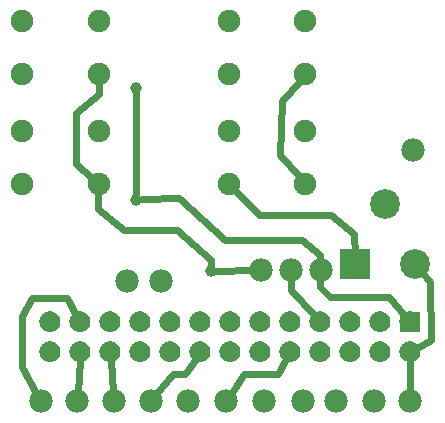
<source format=gtl>
G04 MADE WITH FRITZING*
G04 WWW.FRITZING.ORG*
G04 DOUBLE SIDED*
G04 HOLES PLATED*
G04 CONTOUR ON CENTER OF CONTOUR VECTOR*
%ASAXBY*%
%FSLAX23Y23*%
%MOIN*%
%OFA0B0*%
%SFA1.0B1.0*%
%ADD10C,0.039370*%
%ADD11C,0.078000*%
%ADD12C,0.099000*%
%ADD13C,0.075000*%
%ADD14C,0.070000*%
%ADD15R,0.099000X0.099000*%
%ADD16R,0.070000X0.070000*%
%ADD17C,0.024000*%
%ADD18R,0.001000X0.001000*%
%LNCOPPER1*%
G90*
G70*
G54D10*
X435Y738D03*
X682Y499D03*
X434Y1110D03*
G54D11*
X860Y66D03*
X116Y66D03*
X734Y66D03*
X403Y468D03*
X517Y468D03*
X360Y66D03*
X238Y66D03*
X1356Y905D03*
X1348Y66D03*
X1100Y66D03*
X482Y66D03*
X1226Y66D03*
X990Y66D03*
X608Y66D03*
G54D12*
X1363Y523D03*
X1163Y523D03*
X1263Y723D03*
G54D13*
X998Y968D03*
X742Y968D03*
X998Y790D03*
X742Y790D03*
X309Y1334D03*
X53Y1334D03*
X309Y1157D03*
X53Y1157D03*
X998Y1334D03*
X742Y1334D03*
X998Y1157D03*
X742Y1157D03*
X309Y968D03*
X53Y968D03*
X309Y790D03*
X53Y790D03*
G54D14*
X1147Y330D03*
X1047Y330D03*
X947Y330D03*
X647Y330D03*
X547Y330D03*
X447Y330D03*
X847Y330D03*
X747Y330D03*
X247Y330D03*
X147Y330D03*
X347Y330D03*
X1147Y230D03*
X1047Y230D03*
X947Y230D03*
X647Y230D03*
X547Y230D03*
X447Y230D03*
X847Y230D03*
X747Y230D03*
X247Y230D03*
X147Y230D03*
X347Y230D03*
X1347Y230D03*
X1247Y230D03*
X1347Y330D03*
X1247Y330D03*
G54D11*
X1049Y503D03*
X949Y503D03*
X849Y503D03*
G54D15*
X1163Y523D03*
G54D16*
X1347Y330D03*
G54D17*
X1048Y554D02*
X1048Y533D01*
D02*
X576Y743D02*
X729Y605D01*
D02*
X569Y637D02*
X682Y538D01*
D02*
X682Y538D02*
X682Y518D01*
D02*
X701Y499D02*
X819Y502D01*
D02*
X987Y605D02*
X1048Y554D01*
D02*
X729Y605D02*
X987Y605D01*
D02*
X454Y739D02*
X576Y743D01*
D02*
X434Y1091D02*
X435Y757D01*
D02*
X308Y707D02*
X395Y636D01*
D02*
X395Y636D02*
X569Y637D01*
D02*
X308Y762D02*
X308Y707D01*
D02*
X239Y96D02*
X246Y204D01*
D02*
X357Y96D02*
X349Y204D01*
D02*
X557Y156D02*
X596Y156D01*
D02*
X596Y156D02*
X632Y208D01*
D02*
X501Y89D02*
X557Y156D01*
D02*
X1030Y349D02*
X950Y436D01*
D02*
X950Y436D02*
X949Y473D01*
D02*
X792Y156D02*
X907Y156D01*
D02*
X907Y156D02*
X935Y207D01*
D02*
X750Y91D02*
X792Y156D01*
D02*
X1347Y204D02*
X1348Y96D01*
D02*
X52Y180D02*
X52Y350D01*
D02*
X101Y92D02*
X52Y180D01*
D02*
X1418Y270D02*
X1370Y243D01*
D02*
X1414Y464D02*
X1418Y270D01*
D02*
X1384Y499D02*
X1414Y464D01*
D02*
X203Y409D02*
X234Y353D01*
D02*
X87Y409D02*
X203Y409D01*
D02*
X52Y350D02*
X87Y409D01*
D02*
X1081Y413D02*
X1048Y447D01*
D02*
X1048Y447D02*
X1048Y473D01*
D02*
X1277Y412D02*
X1081Y413D01*
D02*
X1330Y350D02*
X1277Y412D01*
D02*
X1083Y687D02*
X1159Y625D01*
D02*
X845Y687D02*
X1083Y687D01*
D02*
X762Y770D02*
X845Y687D01*
D02*
X1159Y625D02*
X1162Y554D01*
D02*
X979Y1135D02*
X919Y1066D01*
D02*
X915Y886D02*
X979Y812D01*
D02*
X919Y1066D02*
X915Y886D01*
D02*
X309Y1089D02*
X234Y1027D01*
D02*
X309Y1128D02*
X309Y1089D01*
D02*
X234Y857D02*
X287Y809D01*
D02*
X234Y1027D02*
X234Y857D01*
G54D18*
X144Y366D02*
X149Y366D01*
X244Y366D02*
X249Y366D01*
X344Y366D02*
X349Y366D01*
X444Y366D02*
X449Y366D01*
X544Y366D02*
X549Y366D01*
X644Y366D02*
X649Y366D01*
X744Y366D02*
X749Y366D01*
X844Y366D02*
X849Y366D01*
X944Y366D02*
X949Y366D01*
X1044Y366D02*
X1049Y366D01*
X1144Y366D02*
X1149Y366D01*
X1244Y366D02*
X1249Y366D01*
X1344Y366D02*
X1349Y366D01*
X139Y365D02*
X154Y365D01*
X239Y365D02*
X254Y365D01*
X339Y365D02*
X354Y365D01*
X439Y365D02*
X454Y365D01*
X539Y365D02*
X554Y365D01*
X639Y365D02*
X654Y365D01*
X739Y365D02*
X754Y365D01*
X839Y365D02*
X854Y365D01*
X939Y365D02*
X954Y365D01*
X1039Y365D02*
X1054Y365D01*
X1139Y365D02*
X1154Y365D01*
X1239Y365D02*
X1254Y365D01*
X1339Y365D02*
X1354Y365D01*
X136Y364D02*
X157Y364D01*
X236Y364D02*
X257Y364D01*
X336Y364D02*
X357Y364D01*
X436Y364D02*
X457Y364D01*
X536Y364D02*
X557Y364D01*
X636Y364D02*
X657Y364D01*
X736Y364D02*
X757Y364D01*
X836Y364D02*
X857Y364D01*
X936Y364D02*
X957Y364D01*
X1036Y364D02*
X1057Y364D01*
X1136Y364D02*
X1157Y364D01*
X1236Y364D02*
X1257Y364D01*
X1336Y364D02*
X1357Y364D01*
X134Y363D02*
X159Y363D01*
X234Y363D02*
X259Y363D01*
X334Y363D02*
X359Y363D01*
X434Y363D02*
X459Y363D01*
X534Y363D02*
X559Y363D01*
X634Y363D02*
X659Y363D01*
X734Y363D02*
X759Y363D01*
X834Y363D02*
X859Y363D01*
X934Y363D02*
X959Y363D01*
X1034Y363D02*
X1059Y363D01*
X1134Y363D02*
X1159Y363D01*
X1234Y363D02*
X1259Y363D01*
X1334Y363D02*
X1359Y363D01*
X132Y362D02*
X161Y362D01*
X232Y362D02*
X261Y362D01*
X332Y362D02*
X361Y362D01*
X432Y362D02*
X461Y362D01*
X532Y362D02*
X561Y362D01*
X632Y362D02*
X661Y362D01*
X732Y362D02*
X761Y362D01*
X832Y362D02*
X861Y362D01*
X932Y362D02*
X961Y362D01*
X1032Y362D02*
X1061Y362D01*
X1132Y362D02*
X1161Y362D01*
X1232Y362D02*
X1261Y362D01*
X1332Y362D02*
X1361Y362D01*
X130Y361D02*
X163Y361D01*
X230Y361D02*
X263Y361D01*
X330Y361D02*
X363Y361D01*
X430Y361D02*
X463Y361D01*
X530Y361D02*
X563Y361D01*
X630Y361D02*
X663Y361D01*
X730Y361D02*
X763Y361D01*
X830Y361D02*
X863Y361D01*
X930Y361D02*
X963Y361D01*
X1030Y361D02*
X1063Y361D01*
X1130Y361D02*
X1163Y361D01*
X1230Y361D02*
X1263Y361D01*
X1330Y361D02*
X1363Y361D01*
X128Y360D02*
X165Y360D01*
X228Y360D02*
X265Y360D01*
X328Y360D02*
X365Y360D01*
X428Y360D02*
X465Y360D01*
X528Y360D02*
X565Y360D01*
X628Y360D02*
X665Y360D01*
X728Y360D02*
X765Y360D01*
X828Y360D02*
X865Y360D01*
X928Y360D02*
X965Y360D01*
X1028Y360D02*
X1065Y360D01*
X1128Y360D02*
X1165Y360D01*
X1228Y360D02*
X1265Y360D01*
X1328Y360D02*
X1365Y360D01*
X127Y359D02*
X166Y359D01*
X227Y359D02*
X266Y359D01*
X327Y359D02*
X366Y359D01*
X427Y359D02*
X466Y359D01*
X527Y359D02*
X566Y359D01*
X627Y359D02*
X666Y359D01*
X727Y359D02*
X766Y359D01*
X827Y359D02*
X866Y359D01*
X927Y359D02*
X966Y359D01*
X1027Y359D02*
X1066Y359D01*
X1127Y359D02*
X1166Y359D01*
X1227Y359D02*
X1266Y359D01*
X1327Y359D02*
X1366Y359D01*
X126Y358D02*
X167Y358D01*
X226Y358D02*
X267Y358D01*
X326Y358D02*
X367Y358D01*
X426Y358D02*
X467Y358D01*
X526Y358D02*
X567Y358D01*
X626Y358D02*
X667Y358D01*
X726Y358D02*
X767Y358D01*
X826Y358D02*
X867Y358D01*
X926Y358D02*
X967Y358D01*
X1026Y358D02*
X1067Y358D01*
X1126Y358D02*
X1167Y358D01*
X1226Y358D02*
X1267Y358D01*
X1326Y358D02*
X1367Y358D01*
X125Y357D02*
X169Y357D01*
X225Y357D02*
X269Y357D01*
X325Y357D02*
X369Y357D01*
X425Y357D02*
X468Y357D01*
X525Y357D02*
X568Y357D01*
X625Y357D02*
X668Y357D01*
X725Y357D02*
X768Y357D01*
X825Y357D02*
X868Y357D01*
X924Y357D02*
X968Y357D01*
X1024Y357D02*
X1068Y357D01*
X1124Y357D02*
X1168Y357D01*
X1224Y357D02*
X1268Y357D01*
X1324Y357D02*
X1368Y357D01*
X123Y356D02*
X170Y356D01*
X223Y356D02*
X270Y356D01*
X323Y356D02*
X370Y356D01*
X423Y356D02*
X470Y356D01*
X523Y356D02*
X570Y356D01*
X623Y356D02*
X670Y356D01*
X723Y356D02*
X770Y356D01*
X823Y356D02*
X870Y356D01*
X923Y356D02*
X970Y356D01*
X1023Y356D02*
X1070Y356D01*
X1123Y356D02*
X1170Y356D01*
X1223Y356D02*
X1270Y356D01*
X1323Y356D02*
X1369Y356D01*
X122Y355D02*
X171Y355D01*
X222Y355D02*
X271Y355D01*
X322Y355D02*
X371Y355D01*
X422Y355D02*
X471Y355D01*
X522Y355D02*
X571Y355D01*
X622Y355D02*
X671Y355D01*
X722Y355D02*
X771Y355D01*
X822Y355D02*
X871Y355D01*
X922Y355D02*
X971Y355D01*
X1022Y355D02*
X1071Y355D01*
X1122Y355D02*
X1171Y355D01*
X1222Y355D02*
X1271Y355D01*
X1322Y355D02*
X1371Y355D01*
X122Y354D02*
X172Y354D01*
X222Y354D02*
X272Y354D01*
X322Y354D02*
X372Y354D01*
X422Y354D02*
X472Y354D01*
X521Y354D02*
X572Y354D01*
X621Y354D02*
X672Y354D01*
X721Y354D02*
X772Y354D01*
X821Y354D02*
X871Y354D01*
X921Y354D02*
X971Y354D01*
X1021Y354D02*
X1071Y354D01*
X1121Y354D02*
X1171Y354D01*
X1221Y354D02*
X1271Y354D01*
X1321Y354D02*
X1371Y354D01*
X121Y353D02*
X172Y353D01*
X221Y353D02*
X272Y353D01*
X321Y353D02*
X372Y353D01*
X421Y353D02*
X472Y353D01*
X521Y353D02*
X572Y353D01*
X621Y353D02*
X672Y353D01*
X721Y353D02*
X772Y353D01*
X821Y353D02*
X872Y353D01*
X921Y353D02*
X972Y353D01*
X1021Y353D02*
X1072Y353D01*
X1121Y353D02*
X1172Y353D01*
X1221Y353D02*
X1272Y353D01*
X1321Y353D02*
X1372Y353D01*
X120Y352D02*
X173Y352D01*
X220Y352D02*
X273Y352D01*
X320Y352D02*
X373Y352D01*
X420Y352D02*
X473Y352D01*
X520Y352D02*
X573Y352D01*
X620Y352D02*
X673Y352D01*
X720Y352D02*
X773Y352D01*
X820Y352D02*
X873Y352D01*
X920Y352D02*
X973Y352D01*
X1020Y352D02*
X1073Y352D01*
X1120Y352D02*
X1173Y352D01*
X1220Y352D02*
X1273Y352D01*
X1320Y352D02*
X1373Y352D01*
X119Y351D02*
X174Y351D01*
X219Y351D02*
X274Y351D01*
X319Y351D02*
X374Y351D01*
X419Y351D02*
X474Y351D01*
X519Y351D02*
X574Y351D01*
X619Y351D02*
X674Y351D01*
X719Y351D02*
X774Y351D01*
X819Y351D02*
X874Y351D01*
X919Y351D02*
X974Y351D01*
X1019Y351D02*
X1074Y351D01*
X1119Y351D02*
X1174Y351D01*
X1219Y351D02*
X1274Y351D01*
X1319Y351D02*
X1374Y351D01*
X118Y350D02*
X175Y350D01*
X218Y350D02*
X275Y350D01*
X318Y350D02*
X375Y350D01*
X418Y350D02*
X475Y350D01*
X518Y350D02*
X575Y350D01*
X618Y350D02*
X675Y350D01*
X718Y350D02*
X775Y350D01*
X818Y350D02*
X875Y350D01*
X918Y350D02*
X975Y350D01*
X1018Y350D02*
X1075Y350D01*
X1118Y350D02*
X1175Y350D01*
X1218Y350D02*
X1275Y350D01*
X1318Y350D02*
X1375Y350D01*
X118Y349D02*
X175Y349D01*
X218Y349D02*
X275Y349D01*
X318Y349D02*
X375Y349D01*
X418Y349D02*
X475Y349D01*
X518Y349D02*
X575Y349D01*
X618Y349D02*
X675Y349D01*
X718Y349D02*
X775Y349D01*
X818Y349D02*
X875Y349D01*
X918Y349D02*
X975Y349D01*
X1018Y349D02*
X1075Y349D01*
X1118Y349D02*
X1175Y349D01*
X1218Y349D02*
X1275Y349D01*
X1318Y349D02*
X1375Y349D01*
X117Y348D02*
X176Y348D01*
X217Y348D02*
X276Y348D01*
X317Y348D02*
X376Y348D01*
X417Y348D02*
X476Y348D01*
X517Y348D02*
X576Y348D01*
X617Y348D02*
X676Y348D01*
X717Y348D02*
X776Y348D01*
X817Y348D02*
X876Y348D01*
X917Y348D02*
X976Y348D01*
X1017Y348D02*
X1076Y348D01*
X1117Y348D02*
X1176Y348D01*
X1217Y348D02*
X1276Y348D01*
X1317Y348D02*
X1376Y348D01*
X116Y347D02*
X177Y347D01*
X216Y347D02*
X277Y347D01*
X316Y347D02*
X377Y347D01*
X416Y347D02*
X477Y347D01*
X516Y347D02*
X577Y347D01*
X616Y347D02*
X677Y347D01*
X716Y347D02*
X777Y347D01*
X816Y347D02*
X877Y347D01*
X916Y347D02*
X977Y347D01*
X1016Y347D02*
X1077Y347D01*
X1116Y347D02*
X1177Y347D01*
X1216Y347D02*
X1277Y347D01*
X1316Y347D02*
X1377Y347D01*
X116Y346D02*
X144Y346D01*
X150Y346D02*
X177Y346D01*
X216Y346D02*
X244Y346D01*
X249Y346D02*
X277Y346D01*
X316Y346D02*
X344Y346D01*
X349Y346D02*
X377Y346D01*
X416Y346D02*
X444Y346D01*
X449Y346D02*
X477Y346D01*
X516Y346D02*
X544Y346D01*
X549Y346D02*
X577Y346D01*
X616Y346D02*
X644Y346D01*
X649Y346D02*
X677Y346D01*
X716Y346D02*
X744Y346D01*
X749Y346D02*
X777Y346D01*
X816Y346D02*
X844Y346D01*
X849Y346D02*
X877Y346D01*
X916Y346D02*
X944Y346D01*
X949Y346D02*
X977Y346D01*
X1016Y346D02*
X1044Y346D01*
X1049Y346D02*
X1077Y346D01*
X1116Y346D02*
X1144Y346D01*
X1149Y346D02*
X1177Y346D01*
X1216Y346D02*
X1243Y346D01*
X1249Y346D02*
X1277Y346D01*
X1316Y346D02*
X1343Y346D01*
X1349Y346D02*
X1377Y346D01*
X115Y345D02*
X139Y345D01*
X154Y345D02*
X178Y345D01*
X215Y345D02*
X239Y345D01*
X254Y345D02*
X278Y345D01*
X315Y345D02*
X339Y345D01*
X354Y345D02*
X378Y345D01*
X415Y345D02*
X439Y345D01*
X454Y345D02*
X478Y345D01*
X515Y345D02*
X539Y345D01*
X554Y345D02*
X578Y345D01*
X615Y345D02*
X639Y345D01*
X654Y345D02*
X678Y345D01*
X715Y345D02*
X739Y345D01*
X754Y345D02*
X778Y345D01*
X815Y345D02*
X839Y345D01*
X854Y345D02*
X878Y345D01*
X915Y345D02*
X939Y345D01*
X954Y345D02*
X978Y345D01*
X1015Y345D02*
X1039Y345D01*
X1054Y345D02*
X1078Y345D01*
X1115Y345D02*
X1139Y345D01*
X1154Y345D02*
X1178Y345D01*
X1215Y345D02*
X1239Y345D01*
X1254Y345D02*
X1278Y345D01*
X1315Y345D02*
X1339Y345D01*
X1354Y345D02*
X1378Y345D01*
X115Y344D02*
X137Y344D01*
X156Y344D02*
X178Y344D01*
X215Y344D02*
X237Y344D01*
X256Y344D02*
X278Y344D01*
X315Y344D02*
X337Y344D01*
X356Y344D02*
X378Y344D01*
X415Y344D02*
X437Y344D01*
X456Y344D02*
X478Y344D01*
X515Y344D02*
X537Y344D01*
X556Y344D02*
X578Y344D01*
X615Y344D02*
X637Y344D01*
X656Y344D02*
X678Y344D01*
X715Y344D02*
X737Y344D01*
X756Y344D02*
X778Y344D01*
X815Y344D02*
X837Y344D01*
X856Y344D02*
X878Y344D01*
X915Y344D02*
X937Y344D01*
X956Y344D02*
X978Y344D01*
X1015Y344D02*
X1037Y344D01*
X1056Y344D02*
X1078Y344D01*
X1115Y344D02*
X1137Y344D01*
X1156Y344D02*
X1178Y344D01*
X1215Y344D02*
X1237Y344D01*
X1256Y344D02*
X1278Y344D01*
X1315Y344D02*
X1337Y344D01*
X1356Y344D02*
X1378Y344D01*
X114Y343D02*
X136Y343D01*
X157Y343D02*
X179Y343D01*
X214Y343D02*
X236Y343D01*
X257Y343D02*
X279Y343D01*
X314Y343D02*
X336Y343D01*
X357Y343D02*
X379Y343D01*
X414Y343D02*
X436Y343D01*
X457Y343D02*
X479Y343D01*
X514Y343D02*
X536Y343D01*
X557Y343D02*
X579Y343D01*
X614Y343D02*
X636Y343D01*
X657Y343D02*
X679Y343D01*
X714Y343D02*
X736Y343D01*
X757Y343D02*
X779Y343D01*
X814Y343D02*
X836Y343D01*
X857Y343D02*
X879Y343D01*
X914Y343D02*
X936Y343D01*
X957Y343D02*
X979Y343D01*
X1014Y343D02*
X1036Y343D01*
X1057Y343D02*
X1079Y343D01*
X1114Y343D02*
X1136Y343D01*
X1157Y343D02*
X1179Y343D01*
X1214Y343D02*
X1236Y343D01*
X1257Y343D02*
X1279Y343D01*
X1314Y343D02*
X1336Y343D01*
X1357Y343D02*
X1378Y343D01*
X114Y342D02*
X135Y342D01*
X158Y342D02*
X179Y342D01*
X214Y342D02*
X235Y342D01*
X258Y342D02*
X279Y342D01*
X314Y342D02*
X335Y342D01*
X358Y342D02*
X379Y342D01*
X414Y342D02*
X435Y342D01*
X458Y342D02*
X479Y342D01*
X514Y342D02*
X535Y342D01*
X558Y342D02*
X579Y342D01*
X614Y342D02*
X635Y342D01*
X658Y342D02*
X679Y342D01*
X714Y342D02*
X735Y342D01*
X758Y342D02*
X779Y342D01*
X814Y342D02*
X835Y342D01*
X858Y342D02*
X879Y342D01*
X914Y342D02*
X935Y342D01*
X958Y342D02*
X979Y342D01*
X1014Y342D02*
X1035Y342D01*
X1058Y342D02*
X1079Y342D01*
X1114Y342D02*
X1135Y342D01*
X1158Y342D02*
X1179Y342D01*
X1214Y342D02*
X1235Y342D01*
X1258Y342D02*
X1279Y342D01*
X1314Y342D02*
X1335Y342D01*
X1358Y342D02*
X1379Y342D01*
X114Y341D02*
X134Y341D01*
X159Y341D02*
X179Y341D01*
X214Y341D02*
X234Y341D01*
X259Y341D02*
X279Y341D01*
X314Y341D02*
X334Y341D01*
X359Y341D02*
X379Y341D01*
X414Y341D02*
X434Y341D01*
X459Y341D02*
X479Y341D01*
X514Y341D02*
X534Y341D01*
X559Y341D02*
X579Y341D01*
X614Y341D02*
X634Y341D01*
X659Y341D02*
X679Y341D01*
X714Y341D02*
X734Y341D01*
X759Y341D02*
X779Y341D01*
X814Y341D02*
X834Y341D01*
X859Y341D02*
X879Y341D01*
X914Y341D02*
X934Y341D01*
X959Y341D02*
X979Y341D01*
X1014Y341D02*
X1034Y341D01*
X1059Y341D02*
X1079Y341D01*
X1114Y341D02*
X1134Y341D01*
X1159Y341D02*
X1179Y341D01*
X1214Y341D02*
X1234Y341D01*
X1259Y341D02*
X1279Y341D01*
X1314Y341D02*
X1334Y341D01*
X1359Y341D02*
X1379Y341D01*
X113Y340D02*
X133Y340D01*
X160Y340D02*
X180Y340D01*
X213Y340D02*
X233Y340D01*
X260Y340D02*
X280Y340D01*
X313Y340D02*
X333Y340D01*
X360Y340D02*
X380Y340D01*
X413Y340D02*
X433Y340D01*
X460Y340D02*
X480Y340D01*
X513Y340D02*
X533Y340D01*
X560Y340D02*
X580Y340D01*
X613Y340D02*
X633Y340D01*
X660Y340D02*
X680Y340D01*
X713Y340D02*
X733Y340D01*
X760Y340D02*
X780Y340D01*
X813Y340D02*
X833Y340D01*
X860Y340D02*
X880Y340D01*
X913Y340D02*
X933Y340D01*
X960Y340D02*
X980Y340D01*
X1013Y340D02*
X1033Y340D01*
X1060Y340D02*
X1080Y340D01*
X1113Y340D02*
X1133Y340D01*
X1160Y340D02*
X1180Y340D01*
X1213Y340D02*
X1233Y340D01*
X1260Y340D02*
X1280Y340D01*
X1313Y340D02*
X1333Y340D01*
X1360Y340D02*
X1380Y340D01*
X113Y339D02*
X133Y339D01*
X160Y339D02*
X180Y339D01*
X213Y339D02*
X233Y339D01*
X260Y339D02*
X280Y339D01*
X313Y339D02*
X333Y339D01*
X360Y339D02*
X380Y339D01*
X413Y339D02*
X433Y339D01*
X460Y339D02*
X480Y339D01*
X513Y339D02*
X533Y339D01*
X560Y339D02*
X580Y339D01*
X613Y339D02*
X633Y339D01*
X660Y339D02*
X680Y339D01*
X713Y339D02*
X733Y339D01*
X760Y339D02*
X780Y339D01*
X813Y339D02*
X833Y339D01*
X860Y339D02*
X880Y339D01*
X913Y339D02*
X933Y339D01*
X960Y339D02*
X980Y339D01*
X1013Y339D02*
X1033Y339D01*
X1060Y339D02*
X1080Y339D01*
X1113Y339D02*
X1133Y339D01*
X1160Y339D02*
X1180Y339D01*
X1213Y339D02*
X1233Y339D01*
X1260Y339D02*
X1280Y339D01*
X1313Y339D02*
X1333Y339D01*
X1360Y339D02*
X1380Y339D01*
X113Y338D02*
X132Y338D01*
X161Y338D02*
X180Y338D01*
X213Y338D02*
X232Y338D01*
X261Y338D02*
X280Y338D01*
X313Y338D02*
X332Y338D01*
X361Y338D02*
X380Y338D01*
X413Y338D02*
X432Y338D01*
X461Y338D02*
X480Y338D01*
X513Y338D02*
X532Y338D01*
X561Y338D02*
X580Y338D01*
X613Y338D02*
X632Y338D01*
X661Y338D02*
X680Y338D01*
X713Y338D02*
X732Y338D01*
X761Y338D02*
X780Y338D01*
X813Y338D02*
X832Y338D01*
X861Y338D02*
X880Y338D01*
X913Y338D02*
X932Y338D01*
X961Y338D02*
X980Y338D01*
X1013Y338D02*
X1032Y338D01*
X1061Y338D02*
X1080Y338D01*
X1113Y338D02*
X1132Y338D01*
X1161Y338D02*
X1180Y338D01*
X1213Y338D02*
X1232Y338D01*
X1261Y338D02*
X1280Y338D01*
X1313Y338D02*
X1332Y338D01*
X1361Y338D02*
X1380Y338D01*
X113Y337D02*
X132Y337D01*
X161Y337D02*
X180Y337D01*
X213Y337D02*
X232Y337D01*
X261Y337D02*
X280Y337D01*
X313Y337D02*
X332Y337D01*
X361Y337D02*
X380Y337D01*
X413Y337D02*
X432Y337D01*
X461Y337D02*
X480Y337D01*
X513Y337D02*
X532Y337D01*
X561Y337D02*
X580Y337D01*
X613Y337D02*
X632Y337D01*
X661Y337D02*
X680Y337D01*
X713Y337D02*
X732Y337D01*
X761Y337D02*
X780Y337D01*
X813Y337D02*
X832Y337D01*
X861Y337D02*
X880Y337D01*
X913Y337D02*
X932Y337D01*
X961Y337D02*
X980Y337D01*
X1013Y337D02*
X1032Y337D01*
X1061Y337D02*
X1080Y337D01*
X1113Y337D02*
X1132Y337D01*
X1161Y337D02*
X1180Y337D01*
X1213Y337D02*
X1232Y337D01*
X1261Y337D02*
X1280Y337D01*
X1313Y337D02*
X1332Y337D01*
X1361Y337D02*
X1380Y337D01*
X112Y336D02*
X132Y336D01*
X161Y336D02*
X181Y336D01*
X212Y336D02*
X232Y336D01*
X261Y336D02*
X281Y336D01*
X312Y336D02*
X332Y336D01*
X361Y336D02*
X381Y336D01*
X412Y336D02*
X432Y336D01*
X461Y336D02*
X481Y336D01*
X512Y336D02*
X532Y336D01*
X561Y336D02*
X581Y336D01*
X612Y336D02*
X632Y336D01*
X661Y336D02*
X681Y336D01*
X712Y336D02*
X732Y336D01*
X761Y336D02*
X781Y336D01*
X812Y336D02*
X832Y336D01*
X861Y336D02*
X881Y336D01*
X912Y336D02*
X932Y336D01*
X961Y336D02*
X981Y336D01*
X1012Y336D02*
X1032Y336D01*
X1061Y336D02*
X1081Y336D01*
X1112Y336D02*
X1132Y336D01*
X1161Y336D02*
X1181Y336D01*
X1212Y336D02*
X1231Y336D01*
X1261Y336D02*
X1281Y336D01*
X1312Y336D02*
X1331Y336D01*
X1361Y336D02*
X1381Y336D01*
X112Y335D02*
X131Y335D01*
X162Y335D02*
X181Y335D01*
X212Y335D02*
X231Y335D01*
X262Y335D02*
X281Y335D01*
X312Y335D02*
X331Y335D01*
X362Y335D02*
X381Y335D01*
X412Y335D02*
X431Y335D01*
X462Y335D02*
X481Y335D01*
X512Y335D02*
X531Y335D01*
X562Y335D02*
X581Y335D01*
X612Y335D02*
X631Y335D01*
X662Y335D02*
X681Y335D01*
X712Y335D02*
X731Y335D01*
X762Y335D02*
X781Y335D01*
X812Y335D02*
X831Y335D01*
X862Y335D02*
X881Y335D01*
X912Y335D02*
X931Y335D01*
X962Y335D02*
X981Y335D01*
X1012Y335D02*
X1031Y335D01*
X1062Y335D02*
X1081Y335D01*
X1112Y335D02*
X1131Y335D01*
X1162Y335D02*
X1181Y335D01*
X1212Y335D02*
X1231Y335D01*
X1262Y335D02*
X1281Y335D01*
X1312Y335D02*
X1331Y335D01*
X1362Y335D02*
X1381Y335D01*
X112Y334D02*
X131Y334D01*
X162Y334D02*
X181Y334D01*
X212Y334D02*
X231Y334D01*
X262Y334D02*
X281Y334D01*
X312Y334D02*
X331Y334D01*
X362Y334D02*
X381Y334D01*
X412Y334D02*
X431Y334D01*
X462Y334D02*
X481Y334D01*
X512Y334D02*
X531Y334D01*
X562Y334D02*
X581Y334D01*
X612Y334D02*
X631Y334D01*
X662Y334D02*
X681Y334D01*
X712Y334D02*
X731Y334D01*
X762Y334D02*
X781Y334D01*
X812Y334D02*
X831Y334D01*
X862Y334D02*
X881Y334D01*
X912Y334D02*
X931Y334D01*
X962Y334D02*
X981Y334D01*
X1012Y334D02*
X1031Y334D01*
X1062Y334D02*
X1081Y334D01*
X1112Y334D02*
X1131Y334D01*
X1162Y334D02*
X1181Y334D01*
X1212Y334D02*
X1231Y334D01*
X1262Y334D02*
X1281Y334D01*
X1312Y334D02*
X1331Y334D01*
X1362Y334D02*
X1381Y334D01*
X112Y333D02*
X131Y333D01*
X162Y333D02*
X181Y333D01*
X212Y333D02*
X231Y333D01*
X262Y333D02*
X281Y333D01*
X312Y333D02*
X331Y333D01*
X362Y333D02*
X381Y333D01*
X412Y333D02*
X431Y333D01*
X462Y333D02*
X481Y333D01*
X512Y333D02*
X531Y333D01*
X562Y333D02*
X581Y333D01*
X612Y333D02*
X631Y333D01*
X662Y333D02*
X681Y333D01*
X712Y333D02*
X731Y333D01*
X762Y333D02*
X781Y333D01*
X812Y333D02*
X831Y333D01*
X862Y333D02*
X881Y333D01*
X912Y333D02*
X931Y333D01*
X962Y333D02*
X981Y333D01*
X1012Y333D02*
X1031Y333D01*
X1062Y333D02*
X1081Y333D01*
X1112Y333D02*
X1131Y333D01*
X1162Y333D02*
X1181Y333D01*
X1212Y333D02*
X1231Y333D01*
X1262Y333D02*
X1281Y333D01*
X1312Y333D02*
X1331Y333D01*
X1362Y333D02*
X1381Y333D01*
X112Y332D02*
X131Y332D01*
X162Y332D02*
X181Y332D01*
X212Y332D02*
X231Y332D01*
X262Y332D02*
X281Y332D01*
X312Y332D02*
X331Y332D01*
X362Y332D02*
X381Y332D01*
X412Y332D02*
X431Y332D01*
X462Y332D02*
X481Y332D01*
X512Y332D02*
X531Y332D01*
X562Y332D02*
X581Y332D01*
X612Y332D02*
X631Y332D01*
X662Y332D02*
X681Y332D01*
X712Y332D02*
X731Y332D01*
X762Y332D02*
X781Y332D01*
X812Y332D02*
X831Y332D01*
X862Y332D02*
X881Y332D01*
X912Y332D02*
X931Y332D01*
X962Y332D02*
X981Y332D01*
X1012Y332D02*
X1031Y332D01*
X1062Y332D02*
X1081Y332D01*
X1112Y332D02*
X1131Y332D01*
X1162Y332D02*
X1181Y332D01*
X1212Y332D02*
X1231Y332D01*
X1262Y332D02*
X1281Y332D01*
X1312Y332D02*
X1331Y332D01*
X1362Y332D02*
X1381Y332D01*
X112Y331D02*
X131Y331D01*
X162Y331D02*
X181Y331D01*
X212Y331D02*
X231Y331D01*
X262Y331D02*
X281Y331D01*
X312Y331D02*
X331Y331D01*
X362Y331D02*
X381Y331D01*
X412Y331D02*
X431Y331D01*
X462Y331D02*
X481Y331D01*
X512Y331D02*
X531Y331D01*
X562Y331D02*
X581Y331D01*
X612Y331D02*
X631Y331D01*
X662Y331D02*
X681Y331D01*
X712Y331D02*
X731Y331D01*
X762Y331D02*
X781Y331D01*
X812Y331D02*
X831Y331D01*
X862Y331D02*
X881Y331D01*
X912Y331D02*
X931Y331D01*
X962Y331D02*
X981Y331D01*
X1012Y331D02*
X1031Y331D01*
X1062Y331D02*
X1081Y331D01*
X1112Y331D02*
X1131Y331D01*
X1162Y331D02*
X1181Y331D01*
X1212Y331D02*
X1231Y331D01*
X1262Y331D02*
X1281Y331D01*
X1312Y331D02*
X1331Y331D01*
X1362Y331D02*
X1381Y331D01*
X112Y330D02*
X131Y330D01*
X162Y330D02*
X181Y330D01*
X212Y330D02*
X231Y330D01*
X262Y330D02*
X281Y330D01*
X312Y330D02*
X331Y330D01*
X362Y330D02*
X381Y330D01*
X412Y330D02*
X431Y330D01*
X462Y330D02*
X481Y330D01*
X512Y330D02*
X531Y330D01*
X562Y330D02*
X581Y330D01*
X612Y330D02*
X631Y330D01*
X662Y330D02*
X681Y330D01*
X712Y330D02*
X731Y330D01*
X762Y330D02*
X781Y330D01*
X812Y330D02*
X831Y330D01*
X862Y330D02*
X881Y330D01*
X912Y330D02*
X931Y330D01*
X962Y330D02*
X981Y330D01*
X1012Y330D02*
X1031Y330D01*
X1062Y330D02*
X1081Y330D01*
X1112Y330D02*
X1131Y330D01*
X1162Y330D02*
X1181Y330D01*
X1212Y330D02*
X1231Y330D01*
X1262Y330D02*
X1281Y330D01*
X1312Y330D02*
X1331Y330D01*
X1362Y330D02*
X1381Y330D01*
X112Y329D02*
X131Y329D01*
X162Y329D02*
X181Y329D01*
X212Y329D02*
X231Y329D01*
X262Y329D02*
X281Y329D01*
X312Y329D02*
X331Y329D01*
X362Y329D02*
X381Y329D01*
X412Y329D02*
X431Y329D01*
X462Y329D02*
X481Y329D01*
X512Y329D02*
X531Y329D01*
X562Y329D02*
X581Y329D01*
X612Y329D02*
X631Y329D01*
X662Y329D02*
X681Y329D01*
X712Y329D02*
X731Y329D01*
X762Y329D02*
X781Y329D01*
X812Y329D02*
X831Y329D01*
X862Y329D02*
X881Y329D01*
X912Y329D02*
X931Y329D01*
X962Y329D02*
X981Y329D01*
X1012Y329D02*
X1031Y329D01*
X1062Y329D02*
X1081Y329D01*
X1112Y329D02*
X1131Y329D01*
X1162Y329D02*
X1181Y329D01*
X1212Y329D02*
X1231Y329D01*
X1262Y329D02*
X1281Y329D01*
X1312Y329D02*
X1331Y329D01*
X1362Y329D02*
X1381Y329D01*
X112Y328D02*
X131Y328D01*
X162Y328D02*
X181Y328D01*
X212Y328D02*
X231Y328D01*
X262Y328D02*
X281Y328D01*
X312Y328D02*
X331Y328D01*
X362Y328D02*
X381Y328D01*
X412Y328D02*
X431Y328D01*
X462Y328D02*
X481Y328D01*
X512Y328D02*
X531Y328D01*
X562Y328D02*
X581Y328D01*
X612Y328D02*
X631Y328D01*
X662Y328D02*
X681Y328D01*
X712Y328D02*
X731Y328D01*
X762Y328D02*
X781Y328D01*
X812Y328D02*
X831Y328D01*
X862Y328D02*
X881Y328D01*
X912Y328D02*
X931Y328D01*
X962Y328D02*
X981Y328D01*
X1012Y328D02*
X1031Y328D01*
X1062Y328D02*
X1081Y328D01*
X1112Y328D02*
X1131Y328D01*
X1162Y328D02*
X1181Y328D01*
X1212Y328D02*
X1231Y328D01*
X1262Y328D02*
X1281Y328D01*
X1312Y328D02*
X1331Y328D01*
X1362Y328D02*
X1381Y328D01*
X112Y327D02*
X131Y327D01*
X162Y327D02*
X181Y327D01*
X212Y327D02*
X231Y327D01*
X262Y327D02*
X281Y327D01*
X312Y327D02*
X331Y327D01*
X362Y327D02*
X381Y327D01*
X412Y327D02*
X431Y327D01*
X462Y327D02*
X481Y327D01*
X512Y327D02*
X531Y327D01*
X562Y327D02*
X581Y327D01*
X612Y327D02*
X631Y327D01*
X662Y327D02*
X681Y327D01*
X712Y327D02*
X731Y327D01*
X762Y327D02*
X781Y327D01*
X812Y327D02*
X831Y327D01*
X862Y327D02*
X881Y327D01*
X912Y327D02*
X931Y327D01*
X962Y327D02*
X981Y327D01*
X1012Y327D02*
X1031Y327D01*
X1062Y327D02*
X1081Y327D01*
X1112Y327D02*
X1131Y327D01*
X1162Y327D02*
X1181Y327D01*
X1212Y327D02*
X1231Y327D01*
X1262Y327D02*
X1281Y327D01*
X1312Y327D02*
X1331Y327D01*
X1362Y327D02*
X1381Y327D01*
X113Y326D02*
X132Y326D01*
X161Y326D02*
X181Y326D01*
X212Y326D02*
X232Y326D01*
X261Y326D02*
X281Y326D01*
X312Y326D02*
X332Y326D01*
X361Y326D02*
X381Y326D01*
X412Y326D02*
X432Y326D01*
X461Y326D02*
X481Y326D01*
X512Y326D02*
X532Y326D01*
X561Y326D02*
X581Y326D01*
X612Y326D02*
X632Y326D01*
X661Y326D02*
X681Y326D01*
X712Y326D02*
X732Y326D01*
X761Y326D02*
X781Y326D01*
X812Y326D02*
X832Y326D01*
X861Y326D02*
X881Y326D01*
X912Y326D02*
X932Y326D01*
X961Y326D02*
X981Y326D01*
X1012Y326D02*
X1032Y326D01*
X1061Y326D02*
X1081Y326D01*
X1112Y326D02*
X1132Y326D01*
X1161Y326D02*
X1181Y326D01*
X1212Y326D02*
X1232Y326D01*
X1261Y326D02*
X1280Y326D01*
X1312Y326D02*
X1332Y326D01*
X1361Y326D02*
X1380Y326D01*
X113Y325D02*
X132Y325D01*
X161Y325D02*
X180Y325D01*
X213Y325D02*
X232Y325D01*
X261Y325D02*
X280Y325D01*
X313Y325D02*
X332Y325D01*
X361Y325D02*
X380Y325D01*
X413Y325D02*
X432Y325D01*
X461Y325D02*
X480Y325D01*
X513Y325D02*
X532Y325D01*
X561Y325D02*
X580Y325D01*
X613Y325D02*
X632Y325D01*
X661Y325D02*
X680Y325D01*
X713Y325D02*
X732Y325D01*
X761Y325D02*
X780Y325D01*
X813Y325D02*
X832Y325D01*
X861Y325D02*
X880Y325D01*
X913Y325D02*
X932Y325D01*
X961Y325D02*
X980Y325D01*
X1013Y325D02*
X1032Y325D01*
X1061Y325D02*
X1080Y325D01*
X1113Y325D02*
X1132Y325D01*
X1161Y325D02*
X1180Y325D01*
X1213Y325D02*
X1232Y325D01*
X1261Y325D02*
X1280Y325D01*
X1313Y325D02*
X1332Y325D01*
X1361Y325D02*
X1380Y325D01*
X113Y324D02*
X132Y324D01*
X161Y324D02*
X180Y324D01*
X213Y324D02*
X232Y324D01*
X261Y324D02*
X280Y324D01*
X313Y324D02*
X332Y324D01*
X361Y324D02*
X380Y324D01*
X413Y324D02*
X432Y324D01*
X461Y324D02*
X480Y324D01*
X513Y324D02*
X532Y324D01*
X561Y324D02*
X580Y324D01*
X613Y324D02*
X632Y324D01*
X661Y324D02*
X680Y324D01*
X713Y324D02*
X732Y324D01*
X761Y324D02*
X780Y324D01*
X813Y324D02*
X832Y324D01*
X861Y324D02*
X880Y324D01*
X913Y324D02*
X932Y324D01*
X961Y324D02*
X980Y324D01*
X1013Y324D02*
X1032Y324D01*
X1061Y324D02*
X1080Y324D01*
X1113Y324D02*
X1132Y324D01*
X1161Y324D02*
X1180Y324D01*
X1213Y324D02*
X1232Y324D01*
X1261Y324D02*
X1280Y324D01*
X1313Y324D02*
X1332Y324D01*
X1361Y324D02*
X1380Y324D01*
X113Y323D02*
X133Y323D01*
X160Y323D02*
X180Y323D01*
X213Y323D02*
X233Y323D01*
X260Y323D02*
X280Y323D01*
X313Y323D02*
X333Y323D01*
X360Y323D02*
X380Y323D01*
X413Y323D02*
X433Y323D01*
X460Y323D02*
X480Y323D01*
X513Y323D02*
X533Y323D01*
X560Y323D02*
X580Y323D01*
X613Y323D02*
X633Y323D01*
X660Y323D02*
X680Y323D01*
X713Y323D02*
X733Y323D01*
X760Y323D02*
X780Y323D01*
X813Y323D02*
X833Y323D01*
X860Y323D02*
X880Y323D01*
X913Y323D02*
X933Y323D01*
X960Y323D02*
X980Y323D01*
X1013Y323D02*
X1033Y323D01*
X1060Y323D02*
X1080Y323D01*
X1113Y323D02*
X1133Y323D01*
X1160Y323D02*
X1180Y323D01*
X1213Y323D02*
X1233Y323D01*
X1260Y323D02*
X1280Y323D01*
X1313Y323D02*
X1333Y323D01*
X1360Y323D02*
X1380Y323D01*
X113Y322D02*
X133Y322D01*
X160Y322D02*
X180Y322D01*
X213Y322D02*
X233Y322D01*
X260Y322D02*
X280Y322D01*
X313Y322D02*
X333Y322D01*
X360Y322D02*
X380Y322D01*
X413Y322D02*
X433Y322D01*
X460Y322D02*
X480Y322D01*
X513Y322D02*
X533Y322D01*
X560Y322D02*
X580Y322D01*
X613Y322D02*
X633Y322D01*
X660Y322D02*
X680Y322D01*
X713Y322D02*
X733Y322D01*
X760Y322D02*
X780Y322D01*
X813Y322D02*
X833Y322D01*
X860Y322D02*
X880Y322D01*
X913Y322D02*
X933Y322D01*
X960Y322D02*
X980Y322D01*
X1013Y322D02*
X1033Y322D01*
X1060Y322D02*
X1080Y322D01*
X1113Y322D02*
X1133Y322D01*
X1160Y322D02*
X1180Y322D01*
X1213Y322D02*
X1233Y322D01*
X1260Y322D02*
X1280Y322D01*
X1313Y322D02*
X1333Y322D01*
X1360Y322D02*
X1379Y322D01*
X114Y321D02*
X134Y321D01*
X159Y321D02*
X179Y321D01*
X214Y321D02*
X234Y321D01*
X259Y321D02*
X279Y321D01*
X314Y321D02*
X334Y321D01*
X359Y321D02*
X379Y321D01*
X414Y321D02*
X434Y321D01*
X459Y321D02*
X479Y321D01*
X514Y321D02*
X534Y321D01*
X559Y321D02*
X579Y321D01*
X614Y321D02*
X634Y321D01*
X659Y321D02*
X679Y321D01*
X714Y321D02*
X734Y321D01*
X759Y321D02*
X779Y321D01*
X814Y321D02*
X834Y321D01*
X859Y321D02*
X879Y321D01*
X914Y321D02*
X934Y321D01*
X959Y321D02*
X979Y321D01*
X1014Y321D02*
X1034Y321D01*
X1059Y321D02*
X1079Y321D01*
X1114Y321D02*
X1134Y321D01*
X1159Y321D02*
X1179Y321D01*
X1214Y321D02*
X1234Y321D01*
X1259Y321D02*
X1279Y321D01*
X1314Y321D02*
X1334Y321D01*
X1359Y321D02*
X1379Y321D01*
X114Y320D02*
X135Y320D01*
X158Y320D02*
X179Y320D01*
X214Y320D02*
X235Y320D01*
X258Y320D02*
X279Y320D01*
X314Y320D02*
X335Y320D01*
X358Y320D02*
X379Y320D01*
X414Y320D02*
X435Y320D01*
X458Y320D02*
X479Y320D01*
X514Y320D02*
X535Y320D01*
X558Y320D02*
X579Y320D01*
X614Y320D02*
X635Y320D01*
X658Y320D02*
X679Y320D01*
X714Y320D02*
X735Y320D01*
X758Y320D02*
X779Y320D01*
X814Y320D02*
X835Y320D01*
X858Y320D02*
X879Y320D01*
X914Y320D02*
X935Y320D01*
X958Y320D02*
X979Y320D01*
X1014Y320D02*
X1035Y320D01*
X1058Y320D02*
X1079Y320D01*
X1114Y320D02*
X1135Y320D01*
X1158Y320D02*
X1179Y320D01*
X1214Y320D02*
X1235Y320D01*
X1258Y320D02*
X1279Y320D01*
X1314Y320D02*
X1335Y320D01*
X1358Y320D02*
X1379Y320D01*
X115Y319D02*
X136Y319D01*
X157Y319D02*
X178Y319D01*
X215Y319D02*
X236Y319D01*
X257Y319D02*
X278Y319D01*
X315Y319D02*
X336Y319D01*
X357Y319D02*
X378Y319D01*
X415Y319D02*
X436Y319D01*
X457Y319D02*
X478Y319D01*
X515Y319D02*
X536Y319D01*
X557Y319D02*
X578Y319D01*
X615Y319D02*
X636Y319D01*
X657Y319D02*
X678Y319D01*
X715Y319D02*
X736Y319D01*
X757Y319D02*
X778Y319D01*
X815Y319D02*
X836Y319D01*
X857Y319D02*
X878Y319D01*
X915Y319D02*
X936Y319D01*
X957Y319D02*
X978Y319D01*
X1015Y319D02*
X1036Y319D01*
X1057Y319D02*
X1078Y319D01*
X1115Y319D02*
X1136Y319D01*
X1157Y319D02*
X1178Y319D01*
X1214Y319D02*
X1236Y319D01*
X1257Y319D02*
X1278Y319D01*
X1314Y319D02*
X1336Y319D01*
X1357Y319D02*
X1378Y319D01*
X115Y318D02*
X138Y318D01*
X155Y318D02*
X178Y318D01*
X215Y318D02*
X238Y318D01*
X255Y318D02*
X278Y318D01*
X315Y318D02*
X338Y318D01*
X355Y318D02*
X378Y318D01*
X415Y318D02*
X438Y318D01*
X455Y318D02*
X478Y318D01*
X515Y318D02*
X538Y318D01*
X555Y318D02*
X578Y318D01*
X615Y318D02*
X638Y318D01*
X655Y318D02*
X678Y318D01*
X715Y318D02*
X738Y318D01*
X755Y318D02*
X778Y318D01*
X815Y318D02*
X838Y318D01*
X855Y318D02*
X878Y318D01*
X915Y318D02*
X938Y318D01*
X955Y318D02*
X978Y318D01*
X1015Y318D02*
X1038Y318D01*
X1055Y318D02*
X1078Y318D01*
X1115Y318D02*
X1138Y318D01*
X1155Y318D02*
X1178Y318D01*
X1215Y318D02*
X1238Y318D01*
X1255Y318D02*
X1278Y318D01*
X1315Y318D02*
X1338Y318D01*
X1355Y318D02*
X1378Y318D01*
X116Y317D02*
X140Y317D01*
X153Y317D02*
X178Y317D01*
X216Y317D02*
X240Y317D01*
X253Y317D02*
X278Y317D01*
X316Y317D02*
X340Y317D01*
X353Y317D02*
X378Y317D01*
X415Y317D02*
X440Y317D01*
X453Y317D02*
X478Y317D01*
X515Y317D02*
X540Y317D01*
X553Y317D02*
X578Y317D01*
X615Y317D02*
X640Y317D01*
X653Y317D02*
X678Y317D01*
X715Y317D02*
X740Y317D01*
X753Y317D02*
X778Y317D01*
X815Y317D02*
X840Y317D01*
X853Y317D02*
X878Y317D01*
X915Y317D02*
X940Y317D01*
X953Y317D02*
X978Y317D01*
X1015Y317D02*
X1040Y317D01*
X1053Y317D02*
X1077Y317D01*
X1115Y317D02*
X1140Y317D01*
X1153Y317D02*
X1177Y317D01*
X1215Y317D02*
X1240Y317D01*
X1253Y317D02*
X1277Y317D01*
X1315Y317D02*
X1340Y317D01*
X1353Y317D02*
X1377Y317D01*
X116Y316D02*
X177Y316D01*
X216Y316D02*
X277Y316D01*
X316Y316D02*
X377Y316D01*
X416Y316D02*
X477Y316D01*
X516Y316D02*
X577Y316D01*
X616Y316D02*
X677Y316D01*
X716Y316D02*
X777Y316D01*
X816Y316D02*
X877Y316D01*
X916Y316D02*
X977Y316D01*
X1016Y316D02*
X1077Y316D01*
X1116Y316D02*
X1177Y316D01*
X1216Y316D02*
X1277Y316D01*
X1316Y316D02*
X1377Y316D01*
X117Y315D02*
X176Y315D01*
X217Y315D02*
X276Y315D01*
X317Y315D02*
X376Y315D01*
X417Y315D02*
X476Y315D01*
X517Y315D02*
X576Y315D01*
X617Y315D02*
X676Y315D01*
X717Y315D02*
X776Y315D01*
X817Y315D02*
X876Y315D01*
X917Y315D02*
X976Y315D01*
X1017Y315D02*
X1076Y315D01*
X1117Y315D02*
X1176Y315D01*
X1216Y315D02*
X1276Y315D01*
X1316Y315D02*
X1376Y315D01*
X117Y314D02*
X176Y314D01*
X217Y314D02*
X276Y314D01*
X317Y314D02*
X376Y314D01*
X417Y314D02*
X476Y314D01*
X517Y314D02*
X576Y314D01*
X617Y314D02*
X676Y314D01*
X717Y314D02*
X776Y314D01*
X817Y314D02*
X876Y314D01*
X917Y314D02*
X976Y314D01*
X1017Y314D02*
X1076Y314D01*
X1117Y314D02*
X1176Y314D01*
X1217Y314D02*
X1276Y314D01*
X1317Y314D02*
X1376Y314D01*
X118Y313D02*
X175Y313D01*
X218Y313D02*
X275Y313D01*
X318Y313D02*
X375Y313D01*
X418Y313D02*
X475Y313D01*
X518Y313D02*
X575Y313D01*
X618Y313D02*
X675Y313D01*
X718Y313D02*
X775Y313D01*
X818Y313D02*
X875Y313D01*
X918Y313D02*
X975Y313D01*
X1018Y313D02*
X1075Y313D01*
X1118Y313D02*
X1175Y313D01*
X1218Y313D02*
X1275Y313D01*
X1318Y313D02*
X1375Y313D01*
X119Y312D02*
X175Y312D01*
X219Y312D02*
X275Y312D01*
X319Y312D02*
X375Y312D01*
X418Y312D02*
X475Y312D01*
X518Y312D02*
X575Y312D01*
X618Y312D02*
X675Y312D01*
X718Y312D02*
X775Y312D01*
X818Y312D02*
X875Y312D01*
X918Y312D02*
X975Y312D01*
X1018Y312D02*
X1074Y312D01*
X1118Y312D02*
X1174Y312D01*
X1218Y312D02*
X1274Y312D01*
X1318Y312D02*
X1374Y312D01*
X119Y311D02*
X174Y311D01*
X219Y311D02*
X274Y311D01*
X319Y311D02*
X374Y311D01*
X419Y311D02*
X474Y311D01*
X519Y311D02*
X574Y311D01*
X619Y311D02*
X674Y311D01*
X719Y311D02*
X774Y311D01*
X819Y311D02*
X874Y311D01*
X919Y311D02*
X974Y311D01*
X1019Y311D02*
X1074Y311D01*
X1119Y311D02*
X1174Y311D01*
X1219Y311D02*
X1274Y311D01*
X1319Y311D02*
X1374Y311D01*
X120Y310D02*
X173Y310D01*
X220Y310D02*
X273Y310D01*
X320Y310D02*
X373Y310D01*
X420Y310D02*
X473Y310D01*
X520Y310D02*
X573Y310D01*
X620Y310D02*
X673Y310D01*
X720Y310D02*
X773Y310D01*
X820Y310D02*
X873Y310D01*
X920Y310D02*
X973Y310D01*
X1020Y310D02*
X1073Y310D01*
X1120Y310D02*
X1173Y310D01*
X1220Y310D02*
X1273Y310D01*
X1320Y310D02*
X1373Y310D01*
X121Y309D02*
X172Y309D01*
X221Y309D02*
X272Y309D01*
X321Y309D02*
X372Y309D01*
X421Y309D02*
X472Y309D01*
X521Y309D02*
X572Y309D01*
X621Y309D02*
X672Y309D01*
X721Y309D02*
X772Y309D01*
X821Y309D02*
X872Y309D01*
X921Y309D02*
X972Y309D01*
X1021Y309D02*
X1072Y309D01*
X1121Y309D02*
X1172Y309D01*
X1221Y309D02*
X1272Y309D01*
X1321Y309D02*
X1372Y309D01*
X122Y308D02*
X171Y308D01*
X222Y308D02*
X271Y308D01*
X322Y308D02*
X371Y308D01*
X422Y308D02*
X471Y308D01*
X522Y308D02*
X571Y308D01*
X622Y308D02*
X671Y308D01*
X722Y308D02*
X771Y308D01*
X822Y308D02*
X871Y308D01*
X922Y308D02*
X971Y308D01*
X1022Y308D02*
X1071Y308D01*
X1122Y308D02*
X1171Y308D01*
X1222Y308D02*
X1271Y308D01*
X1322Y308D02*
X1371Y308D01*
X123Y307D02*
X170Y307D01*
X223Y307D02*
X270Y307D01*
X323Y307D02*
X370Y307D01*
X423Y307D02*
X470Y307D01*
X523Y307D02*
X570Y307D01*
X623Y307D02*
X670Y307D01*
X723Y307D02*
X770Y307D01*
X823Y307D02*
X870Y307D01*
X923Y307D02*
X970Y307D01*
X1023Y307D02*
X1070Y307D01*
X1123Y307D02*
X1170Y307D01*
X1223Y307D02*
X1270Y307D01*
X1323Y307D02*
X1370Y307D01*
X124Y306D02*
X169Y306D01*
X224Y306D02*
X269Y306D01*
X324Y306D02*
X369Y306D01*
X424Y306D02*
X469Y306D01*
X524Y306D02*
X569Y306D01*
X624Y306D02*
X669Y306D01*
X724Y306D02*
X769Y306D01*
X824Y306D02*
X869Y306D01*
X924Y306D02*
X969Y306D01*
X1024Y306D02*
X1069Y306D01*
X1124Y306D02*
X1169Y306D01*
X1224Y306D02*
X1269Y306D01*
X1324Y306D02*
X1369Y306D01*
X125Y305D02*
X168Y305D01*
X225Y305D02*
X268Y305D01*
X325Y305D02*
X368Y305D01*
X425Y305D02*
X468Y305D01*
X525Y305D02*
X568Y305D01*
X625Y305D02*
X668Y305D01*
X725Y305D02*
X768Y305D01*
X825Y305D02*
X868Y305D01*
X925Y305D02*
X968Y305D01*
X1025Y305D02*
X1068Y305D01*
X1125Y305D02*
X1168Y305D01*
X1225Y305D02*
X1268Y305D01*
X1325Y305D02*
X1368Y305D01*
X126Y304D02*
X167Y304D01*
X226Y304D02*
X267Y304D01*
X326Y304D02*
X367Y304D01*
X426Y304D02*
X467Y304D01*
X526Y304D02*
X567Y304D01*
X626Y304D02*
X667Y304D01*
X726Y304D02*
X767Y304D01*
X826Y304D02*
X867Y304D01*
X926Y304D02*
X967Y304D01*
X1026Y304D02*
X1067Y304D01*
X1126Y304D02*
X1167Y304D01*
X1226Y304D02*
X1267Y304D01*
X1326Y304D02*
X1367Y304D01*
X127Y303D02*
X166Y303D01*
X227Y303D02*
X266Y303D01*
X327Y303D02*
X366Y303D01*
X427Y303D02*
X466Y303D01*
X527Y303D02*
X566Y303D01*
X627Y303D02*
X666Y303D01*
X727Y303D02*
X766Y303D01*
X827Y303D02*
X866Y303D01*
X927Y303D02*
X966Y303D01*
X1027Y303D02*
X1066Y303D01*
X1127Y303D02*
X1166Y303D01*
X1227Y303D02*
X1266Y303D01*
X1327Y303D02*
X1366Y303D01*
X129Y302D02*
X164Y302D01*
X229Y302D02*
X264Y302D01*
X329Y302D02*
X364Y302D01*
X429Y302D02*
X464Y302D01*
X529Y302D02*
X564Y302D01*
X629Y302D02*
X664Y302D01*
X729Y302D02*
X764Y302D01*
X829Y302D02*
X864Y302D01*
X929Y302D02*
X964Y302D01*
X1029Y302D02*
X1064Y302D01*
X1129Y302D02*
X1164Y302D01*
X1229Y302D02*
X1264Y302D01*
X1329Y302D02*
X1364Y302D01*
X130Y301D02*
X163Y301D01*
X230Y301D02*
X263Y301D01*
X330Y301D02*
X363Y301D01*
X430Y301D02*
X463Y301D01*
X530Y301D02*
X563Y301D01*
X630Y301D02*
X663Y301D01*
X730Y301D02*
X763Y301D01*
X830Y301D02*
X863Y301D01*
X930Y301D02*
X963Y301D01*
X1030Y301D02*
X1063Y301D01*
X1130Y301D02*
X1163Y301D01*
X1230Y301D02*
X1263Y301D01*
X1330Y301D02*
X1363Y301D01*
X132Y300D02*
X161Y300D01*
X232Y300D02*
X261Y300D01*
X332Y300D02*
X361Y300D01*
X432Y300D02*
X461Y300D01*
X532Y300D02*
X561Y300D01*
X632Y300D02*
X661Y300D01*
X732Y300D02*
X761Y300D01*
X832Y300D02*
X861Y300D01*
X932Y300D02*
X961Y300D01*
X1032Y300D02*
X1061Y300D01*
X1132Y300D02*
X1161Y300D01*
X1232Y300D02*
X1261Y300D01*
X1332Y300D02*
X1361Y300D01*
X134Y299D02*
X159Y299D01*
X234Y299D02*
X259Y299D01*
X334Y299D02*
X359Y299D01*
X434Y299D02*
X459Y299D01*
X534Y299D02*
X559Y299D01*
X634Y299D02*
X659Y299D01*
X734Y299D02*
X759Y299D01*
X834Y299D02*
X859Y299D01*
X934Y299D02*
X959Y299D01*
X1034Y299D02*
X1059Y299D01*
X1134Y299D02*
X1159Y299D01*
X1234Y299D02*
X1259Y299D01*
X1334Y299D02*
X1359Y299D01*
X137Y298D02*
X156Y298D01*
X237Y298D02*
X256Y298D01*
X337Y298D02*
X356Y298D01*
X437Y298D02*
X456Y298D01*
X537Y298D02*
X556Y298D01*
X637Y298D02*
X656Y298D01*
X737Y298D02*
X756Y298D01*
X837Y298D02*
X856Y298D01*
X937Y298D02*
X956Y298D01*
X1037Y298D02*
X1056Y298D01*
X1137Y298D02*
X1156Y298D01*
X1237Y298D02*
X1256Y298D01*
X1337Y298D02*
X1356Y298D01*
X140Y297D02*
X153Y297D01*
X240Y297D02*
X253Y297D01*
X340Y297D02*
X353Y297D01*
X440Y297D02*
X453Y297D01*
X540Y297D02*
X553Y297D01*
X640Y297D02*
X653Y297D01*
X740Y297D02*
X753Y297D01*
X840Y297D02*
X853Y297D01*
X940Y297D02*
X953Y297D01*
X1040Y297D02*
X1053Y297D01*
X1140Y297D02*
X1153Y297D01*
X1240Y297D02*
X1253Y297D01*
X1340Y297D02*
X1353Y297D01*
X144Y266D02*
X149Y266D01*
X244Y266D02*
X249Y266D01*
X344Y266D02*
X349Y266D01*
X444Y266D02*
X449Y266D01*
X544Y266D02*
X549Y266D01*
X644Y266D02*
X649Y266D01*
X744Y266D02*
X749Y266D01*
X844Y266D02*
X849Y266D01*
X944Y266D02*
X949Y266D01*
X1044Y266D02*
X1049Y266D01*
X1144Y266D02*
X1149Y266D01*
X1244Y266D02*
X1249Y266D01*
X1344Y266D02*
X1349Y266D01*
X139Y265D02*
X154Y265D01*
X239Y265D02*
X254Y265D01*
X339Y265D02*
X354Y265D01*
X439Y265D02*
X454Y265D01*
X539Y265D02*
X554Y265D01*
X639Y265D02*
X654Y265D01*
X739Y265D02*
X754Y265D01*
X839Y265D02*
X854Y265D01*
X939Y265D02*
X954Y265D01*
X1039Y265D02*
X1054Y265D01*
X1139Y265D02*
X1154Y265D01*
X1239Y265D02*
X1254Y265D01*
X1339Y265D02*
X1354Y265D01*
X136Y264D02*
X157Y264D01*
X236Y264D02*
X257Y264D01*
X336Y264D02*
X357Y264D01*
X436Y264D02*
X457Y264D01*
X536Y264D02*
X557Y264D01*
X636Y264D02*
X657Y264D01*
X736Y264D02*
X757Y264D01*
X836Y264D02*
X857Y264D01*
X936Y264D02*
X957Y264D01*
X1036Y264D02*
X1057Y264D01*
X1136Y264D02*
X1157Y264D01*
X1236Y264D02*
X1257Y264D01*
X1336Y264D02*
X1357Y264D01*
X134Y263D02*
X160Y263D01*
X234Y263D02*
X260Y263D01*
X334Y263D02*
X360Y263D01*
X434Y263D02*
X460Y263D01*
X534Y263D02*
X560Y263D01*
X633Y263D02*
X660Y263D01*
X733Y263D02*
X760Y263D01*
X833Y263D02*
X859Y263D01*
X933Y263D02*
X959Y263D01*
X1033Y263D02*
X1059Y263D01*
X1133Y263D02*
X1159Y263D01*
X1233Y263D02*
X1259Y263D01*
X1333Y263D02*
X1359Y263D01*
X132Y262D02*
X162Y262D01*
X232Y262D02*
X262Y262D01*
X332Y262D02*
X362Y262D01*
X432Y262D02*
X461Y262D01*
X532Y262D02*
X561Y262D01*
X632Y262D02*
X661Y262D01*
X732Y262D02*
X761Y262D01*
X832Y262D02*
X861Y262D01*
X932Y262D02*
X961Y262D01*
X1031Y262D02*
X1061Y262D01*
X1131Y262D02*
X1161Y262D01*
X1231Y262D02*
X1261Y262D01*
X1331Y262D02*
X1361Y262D01*
X130Y261D02*
X163Y261D01*
X230Y261D02*
X263Y261D01*
X330Y261D02*
X363Y261D01*
X430Y261D02*
X463Y261D01*
X530Y261D02*
X563Y261D01*
X630Y261D02*
X663Y261D01*
X730Y261D02*
X763Y261D01*
X830Y261D02*
X863Y261D01*
X930Y261D02*
X963Y261D01*
X1030Y261D02*
X1063Y261D01*
X1130Y261D02*
X1163Y261D01*
X1230Y261D02*
X1263Y261D01*
X1330Y261D02*
X1363Y261D01*
X128Y260D02*
X165Y260D01*
X228Y260D02*
X265Y260D01*
X328Y260D02*
X365Y260D01*
X428Y260D02*
X465Y260D01*
X528Y260D02*
X565Y260D01*
X628Y260D02*
X665Y260D01*
X728Y260D02*
X765Y260D01*
X828Y260D02*
X865Y260D01*
X928Y260D02*
X965Y260D01*
X1028Y260D02*
X1065Y260D01*
X1128Y260D02*
X1165Y260D01*
X1228Y260D02*
X1265Y260D01*
X1328Y260D02*
X1365Y260D01*
X127Y259D02*
X166Y259D01*
X227Y259D02*
X266Y259D01*
X327Y259D02*
X366Y259D01*
X427Y259D02*
X466Y259D01*
X527Y259D02*
X566Y259D01*
X627Y259D02*
X666Y259D01*
X727Y259D02*
X766Y259D01*
X827Y259D02*
X866Y259D01*
X927Y259D02*
X966Y259D01*
X1027Y259D02*
X1066Y259D01*
X1127Y259D02*
X1166Y259D01*
X1227Y259D02*
X1266Y259D01*
X1327Y259D02*
X1366Y259D01*
X126Y258D02*
X167Y258D01*
X226Y258D02*
X267Y258D01*
X326Y258D02*
X367Y258D01*
X426Y258D02*
X467Y258D01*
X526Y258D02*
X567Y258D01*
X626Y258D02*
X667Y258D01*
X726Y258D02*
X767Y258D01*
X826Y258D02*
X867Y258D01*
X926Y258D02*
X967Y258D01*
X1026Y258D02*
X1067Y258D01*
X1126Y258D02*
X1167Y258D01*
X1226Y258D02*
X1267Y258D01*
X1326Y258D02*
X1367Y258D01*
X125Y257D02*
X169Y257D01*
X225Y257D02*
X269Y257D01*
X325Y257D02*
X369Y257D01*
X424Y257D02*
X469Y257D01*
X524Y257D02*
X569Y257D01*
X624Y257D02*
X669Y257D01*
X724Y257D02*
X769Y257D01*
X824Y257D02*
X869Y257D01*
X924Y257D02*
X969Y257D01*
X1024Y257D02*
X1068Y257D01*
X1124Y257D02*
X1168Y257D01*
X1224Y257D02*
X1268Y257D01*
X1324Y257D02*
X1368Y257D01*
X123Y256D02*
X170Y256D01*
X223Y256D02*
X270Y256D01*
X323Y256D02*
X370Y256D01*
X423Y256D02*
X470Y256D01*
X523Y256D02*
X570Y256D01*
X623Y256D02*
X670Y256D01*
X723Y256D02*
X770Y256D01*
X823Y256D02*
X870Y256D01*
X923Y256D02*
X970Y256D01*
X1023Y256D02*
X1070Y256D01*
X1123Y256D02*
X1170Y256D01*
X1223Y256D02*
X1270Y256D01*
X1323Y256D02*
X1370Y256D01*
X122Y255D02*
X171Y255D01*
X222Y255D02*
X271Y255D01*
X322Y255D02*
X371Y255D01*
X422Y255D02*
X471Y255D01*
X522Y255D02*
X571Y255D01*
X622Y255D02*
X671Y255D01*
X722Y255D02*
X771Y255D01*
X822Y255D02*
X871Y255D01*
X922Y255D02*
X971Y255D01*
X1022Y255D02*
X1071Y255D01*
X1122Y255D02*
X1171Y255D01*
X1222Y255D02*
X1271Y255D01*
X1322Y255D02*
X1371Y255D01*
X121Y254D02*
X172Y254D01*
X221Y254D02*
X272Y254D01*
X321Y254D02*
X372Y254D01*
X421Y254D02*
X472Y254D01*
X521Y254D02*
X572Y254D01*
X621Y254D02*
X672Y254D01*
X721Y254D02*
X772Y254D01*
X821Y254D02*
X872Y254D01*
X921Y254D02*
X972Y254D01*
X1021Y254D02*
X1072Y254D01*
X1121Y254D02*
X1172Y254D01*
X1221Y254D02*
X1272Y254D01*
X1321Y254D02*
X1371Y254D01*
X121Y253D02*
X172Y253D01*
X221Y253D02*
X272Y253D01*
X321Y253D02*
X372Y253D01*
X421Y253D02*
X472Y253D01*
X521Y253D02*
X572Y253D01*
X621Y253D02*
X672Y253D01*
X721Y253D02*
X772Y253D01*
X821Y253D02*
X872Y253D01*
X921Y253D02*
X972Y253D01*
X1021Y253D02*
X1072Y253D01*
X1121Y253D02*
X1172Y253D01*
X1221Y253D02*
X1272Y253D01*
X1321Y253D02*
X1372Y253D01*
X120Y252D02*
X173Y252D01*
X220Y252D02*
X273Y252D01*
X320Y252D02*
X373Y252D01*
X420Y252D02*
X473Y252D01*
X520Y252D02*
X573Y252D01*
X620Y252D02*
X673Y252D01*
X720Y252D02*
X773Y252D01*
X820Y252D02*
X873Y252D01*
X920Y252D02*
X973Y252D01*
X1020Y252D02*
X1073Y252D01*
X1120Y252D02*
X1173Y252D01*
X1220Y252D02*
X1273Y252D01*
X1320Y252D02*
X1373Y252D01*
X119Y251D02*
X174Y251D01*
X219Y251D02*
X274Y251D01*
X319Y251D02*
X374Y251D01*
X419Y251D02*
X474Y251D01*
X519Y251D02*
X574Y251D01*
X619Y251D02*
X674Y251D01*
X719Y251D02*
X774Y251D01*
X819Y251D02*
X874Y251D01*
X919Y251D02*
X974Y251D01*
X1019Y251D02*
X1074Y251D01*
X1119Y251D02*
X1174Y251D01*
X1219Y251D02*
X1274Y251D01*
X1319Y251D02*
X1374Y251D01*
X118Y250D02*
X175Y250D01*
X218Y250D02*
X275Y250D01*
X318Y250D02*
X375Y250D01*
X418Y250D02*
X475Y250D01*
X518Y250D02*
X575Y250D01*
X618Y250D02*
X675Y250D01*
X718Y250D02*
X775Y250D01*
X818Y250D02*
X875Y250D01*
X918Y250D02*
X975Y250D01*
X1018Y250D02*
X1075Y250D01*
X1118Y250D02*
X1175Y250D01*
X1218Y250D02*
X1275Y250D01*
X1318Y250D02*
X1375Y250D01*
X118Y249D02*
X175Y249D01*
X218Y249D02*
X275Y249D01*
X318Y249D02*
X375Y249D01*
X418Y249D02*
X475Y249D01*
X518Y249D02*
X575Y249D01*
X618Y249D02*
X675Y249D01*
X718Y249D02*
X775Y249D01*
X818Y249D02*
X875Y249D01*
X918Y249D02*
X975Y249D01*
X1018Y249D02*
X1075Y249D01*
X1118Y249D02*
X1175Y249D01*
X1218Y249D02*
X1275Y249D01*
X1318Y249D02*
X1375Y249D01*
X117Y248D02*
X176Y248D01*
X217Y248D02*
X276Y248D01*
X317Y248D02*
X376Y248D01*
X417Y248D02*
X476Y248D01*
X517Y248D02*
X576Y248D01*
X617Y248D02*
X676Y248D01*
X717Y248D02*
X776Y248D01*
X817Y248D02*
X876Y248D01*
X917Y248D02*
X976Y248D01*
X1017Y248D02*
X1076Y248D01*
X1117Y248D02*
X1176Y248D01*
X1217Y248D02*
X1276Y248D01*
X1317Y248D02*
X1376Y248D01*
X116Y247D02*
X177Y247D01*
X216Y247D02*
X277Y247D01*
X316Y247D02*
X377Y247D01*
X416Y247D02*
X477Y247D01*
X516Y247D02*
X577Y247D01*
X616Y247D02*
X677Y247D01*
X716Y247D02*
X777Y247D01*
X816Y247D02*
X877Y247D01*
X916Y247D02*
X977Y247D01*
X1016Y247D02*
X1077Y247D01*
X1116Y247D02*
X1177Y247D01*
X1216Y247D02*
X1277Y247D01*
X1316Y247D02*
X1377Y247D01*
X116Y246D02*
X143Y246D01*
X150Y246D02*
X177Y246D01*
X216Y246D02*
X243Y246D01*
X250Y246D02*
X277Y246D01*
X316Y246D02*
X343Y246D01*
X350Y246D02*
X377Y246D01*
X416Y246D02*
X443Y246D01*
X450Y246D02*
X477Y246D01*
X516Y246D02*
X543Y246D01*
X550Y246D02*
X577Y246D01*
X616Y246D02*
X643Y246D01*
X650Y246D02*
X677Y246D01*
X716Y246D02*
X743Y246D01*
X750Y246D02*
X777Y246D01*
X816Y246D02*
X843Y246D01*
X850Y246D02*
X877Y246D01*
X916Y246D02*
X943Y246D01*
X950Y246D02*
X977Y246D01*
X1016Y246D02*
X1043Y246D01*
X1050Y246D02*
X1077Y246D01*
X1116Y246D02*
X1143Y246D01*
X1150Y246D02*
X1177Y246D01*
X1216Y246D02*
X1243Y246D01*
X1250Y246D02*
X1277Y246D01*
X1316Y246D02*
X1343Y246D01*
X1350Y246D02*
X1377Y246D01*
X115Y245D02*
X139Y245D01*
X154Y245D02*
X178Y245D01*
X215Y245D02*
X239Y245D01*
X254Y245D02*
X278Y245D01*
X315Y245D02*
X339Y245D01*
X354Y245D02*
X378Y245D01*
X415Y245D02*
X439Y245D01*
X454Y245D02*
X478Y245D01*
X515Y245D02*
X539Y245D01*
X554Y245D02*
X578Y245D01*
X615Y245D02*
X639Y245D01*
X654Y245D02*
X678Y245D01*
X715Y245D02*
X739Y245D01*
X754Y245D02*
X778Y245D01*
X815Y245D02*
X839Y245D01*
X854Y245D02*
X878Y245D01*
X915Y245D02*
X939Y245D01*
X954Y245D02*
X978Y245D01*
X1015Y245D02*
X1039Y245D01*
X1054Y245D02*
X1078Y245D01*
X1115Y245D02*
X1139Y245D01*
X1154Y245D02*
X1178Y245D01*
X1215Y245D02*
X1239Y245D01*
X1254Y245D02*
X1278Y245D01*
X1315Y245D02*
X1339Y245D01*
X1354Y245D02*
X1378Y245D01*
X115Y244D02*
X137Y244D01*
X156Y244D02*
X178Y244D01*
X215Y244D02*
X237Y244D01*
X256Y244D02*
X278Y244D01*
X315Y244D02*
X337Y244D01*
X356Y244D02*
X378Y244D01*
X415Y244D02*
X437Y244D01*
X456Y244D02*
X478Y244D01*
X515Y244D02*
X537Y244D01*
X556Y244D02*
X578Y244D01*
X615Y244D02*
X637Y244D01*
X656Y244D02*
X678Y244D01*
X715Y244D02*
X737Y244D01*
X756Y244D02*
X778Y244D01*
X815Y244D02*
X837Y244D01*
X856Y244D02*
X878Y244D01*
X915Y244D02*
X937Y244D01*
X956Y244D02*
X978Y244D01*
X1015Y244D02*
X1037Y244D01*
X1056Y244D02*
X1078Y244D01*
X1115Y244D02*
X1137Y244D01*
X1156Y244D02*
X1178Y244D01*
X1215Y244D02*
X1237Y244D01*
X1256Y244D02*
X1278Y244D01*
X1315Y244D02*
X1337Y244D01*
X1356Y244D02*
X1378Y244D01*
X114Y243D02*
X136Y243D01*
X157Y243D02*
X179Y243D01*
X214Y243D02*
X236Y243D01*
X257Y243D02*
X279Y243D01*
X314Y243D02*
X336Y243D01*
X357Y243D02*
X379Y243D01*
X414Y243D02*
X436Y243D01*
X457Y243D02*
X479Y243D01*
X514Y243D02*
X536Y243D01*
X557Y243D02*
X579Y243D01*
X614Y243D02*
X636Y243D01*
X657Y243D02*
X679Y243D01*
X714Y243D02*
X736Y243D01*
X757Y243D02*
X779Y243D01*
X814Y243D02*
X836Y243D01*
X857Y243D02*
X879Y243D01*
X914Y243D02*
X936Y243D01*
X957Y243D02*
X979Y243D01*
X1014Y243D02*
X1036Y243D01*
X1057Y243D02*
X1079Y243D01*
X1114Y243D02*
X1136Y243D01*
X1157Y243D02*
X1179Y243D01*
X1214Y243D02*
X1236Y243D01*
X1257Y243D02*
X1279Y243D01*
X1314Y243D02*
X1336Y243D01*
X1357Y243D02*
X1379Y243D01*
X114Y242D02*
X135Y242D01*
X158Y242D02*
X179Y242D01*
X214Y242D02*
X235Y242D01*
X258Y242D02*
X279Y242D01*
X314Y242D02*
X335Y242D01*
X358Y242D02*
X379Y242D01*
X414Y242D02*
X435Y242D01*
X458Y242D02*
X479Y242D01*
X514Y242D02*
X535Y242D01*
X558Y242D02*
X579Y242D01*
X614Y242D02*
X635Y242D01*
X658Y242D02*
X679Y242D01*
X714Y242D02*
X735Y242D01*
X758Y242D02*
X779Y242D01*
X814Y242D02*
X835Y242D01*
X858Y242D02*
X879Y242D01*
X914Y242D02*
X935Y242D01*
X958Y242D02*
X979Y242D01*
X1014Y242D02*
X1035Y242D01*
X1058Y242D02*
X1079Y242D01*
X1114Y242D02*
X1135Y242D01*
X1158Y242D02*
X1179Y242D01*
X1214Y242D02*
X1235Y242D01*
X1258Y242D02*
X1279Y242D01*
X1314Y242D02*
X1335Y242D01*
X1358Y242D02*
X1379Y242D01*
X114Y241D02*
X134Y241D01*
X159Y241D02*
X179Y241D01*
X214Y241D02*
X234Y241D01*
X259Y241D02*
X279Y241D01*
X314Y241D02*
X334Y241D01*
X359Y241D02*
X379Y241D01*
X414Y241D02*
X434Y241D01*
X459Y241D02*
X479Y241D01*
X514Y241D02*
X534Y241D01*
X559Y241D02*
X579Y241D01*
X614Y241D02*
X634Y241D01*
X659Y241D02*
X679Y241D01*
X714Y241D02*
X734Y241D01*
X759Y241D02*
X779Y241D01*
X814Y241D02*
X834Y241D01*
X859Y241D02*
X879Y241D01*
X914Y241D02*
X934Y241D01*
X959Y241D02*
X979Y241D01*
X1014Y241D02*
X1034Y241D01*
X1059Y241D02*
X1079Y241D01*
X1114Y241D02*
X1134Y241D01*
X1159Y241D02*
X1179Y241D01*
X1214Y241D02*
X1234Y241D01*
X1259Y241D02*
X1279Y241D01*
X1314Y241D02*
X1334Y241D01*
X1359Y241D02*
X1379Y241D01*
X113Y240D02*
X133Y240D01*
X160Y240D02*
X180Y240D01*
X213Y240D02*
X233Y240D01*
X260Y240D02*
X280Y240D01*
X313Y240D02*
X333Y240D01*
X360Y240D02*
X380Y240D01*
X413Y240D02*
X433Y240D01*
X460Y240D02*
X480Y240D01*
X513Y240D02*
X533Y240D01*
X560Y240D02*
X580Y240D01*
X613Y240D02*
X633Y240D01*
X660Y240D02*
X680Y240D01*
X713Y240D02*
X733Y240D01*
X760Y240D02*
X780Y240D01*
X813Y240D02*
X833Y240D01*
X860Y240D02*
X880Y240D01*
X913Y240D02*
X933Y240D01*
X960Y240D02*
X980Y240D01*
X1013Y240D02*
X1033Y240D01*
X1060Y240D02*
X1080Y240D01*
X1113Y240D02*
X1133Y240D01*
X1160Y240D02*
X1180Y240D01*
X1213Y240D02*
X1233Y240D01*
X1260Y240D02*
X1280Y240D01*
X1313Y240D02*
X1333Y240D01*
X1360Y240D02*
X1380Y240D01*
X113Y239D02*
X133Y239D01*
X160Y239D02*
X180Y239D01*
X213Y239D02*
X233Y239D01*
X260Y239D02*
X280Y239D01*
X313Y239D02*
X333Y239D01*
X360Y239D02*
X380Y239D01*
X413Y239D02*
X433Y239D01*
X460Y239D02*
X480Y239D01*
X513Y239D02*
X533Y239D01*
X560Y239D02*
X580Y239D01*
X613Y239D02*
X633Y239D01*
X660Y239D02*
X680Y239D01*
X713Y239D02*
X733Y239D01*
X760Y239D02*
X780Y239D01*
X813Y239D02*
X833Y239D01*
X860Y239D02*
X880Y239D01*
X913Y239D02*
X933Y239D01*
X960Y239D02*
X980Y239D01*
X1013Y239D02*
X1033Y239D01*
X1060Y239D02*
X1080Y239D01*
X1113Y239D02*
X1133Y239D01*
X1160Y239D02*
X1180Y239D01*
X1213Y239D02*
X1233Y239D01*
X1260Y239D02*
X1280Y239D01*
X1313Y239D02*
X1333Y239D01*
X1360Y239D02*
X1380Y239D01*
X113Y238D02*
X132Y238D01*
X161Y238D02*
X180Y238D01*
X213Y238D02*
X232Y238D01*
X261Y238D02*
X280Y238D01*
X313Y238D02*
X332Y238D01*
X361Y238D02*
X380Y238D01*
X413Y238D02*
X432Y238D01*
X461Y238D02*
X480Y238D01*
X513Y238D02*
X532Y238D01*
X561Y238D02*
X580Y238D01*
X613Y238D02*
X632Y238D01*
X661Y238D02*
X680Y238D01*
X713Y238D02*
X732Y238D01*
X761Y238D02*
X780Y238D01*
X813Y238D02*
X832Y238D01*
X861Y238D02*
X880Y238D01*
X913Y238D02*
X932Y238D01*
X961Y238D02*
X980Y238D01*
X1013Y238D02*
X1032Y238D01*
X1061Y238D02*
X1080Y238D01*
X1113Y238D02*
X1132Y238D01*
X1161Y238D02*
X1180Y238D01*
X1213Y238D02*
X1232Y238D01*
X1261Y238D02*
X1280Y238D01*
X1313Y238D02*
X1332Y238D01*
X1361Y238D02*
X1380Y238D01*
X113Y237D02*
X132Y237D01*
X161Y237D02*
X180Y237D01*
X213Y237D02*
X232Y237D01*
X261Y237D02*
X280Y237D01*
X313Y237D02*
X332Y237D01*
X361Y237D02*
X380Y237D01*
X413Y237D02*
X432Y237D01*
X461Y237D02*
X480Y237D01*
X513Y237D02*
X532Y237D01*
X561Y237D02*
X580Y237D01*
X613Y237D02*
X632Y237D01*
X661Y237D02*
X680Y237D01*
X713Y237D02*
X732Y237D01*
X761Y237D02*
X780Y237D01*
X813Y237D02*
X832Y237D01*
X861Y237D02*
X880Y237D01*
X913Y237D02*
X932Y237D01*
X961Y237D02*
X980Y237D01*
X1013Y237D02*
X1032Y237D01*
X1061Y237D02*
X1080Y237D01*
X1113Y237D02*
X1132Y237D01*
X1161Y237D02*
X1180Y237D01*
X1213Y237D02*
X1232Y237D01*
X1261Y237D02*
X1280Y237D01*
X1313Y237D02*
X1332Y237D01*
X1361Y237D02*
X1380Y237D01*
X112Y236D02*
X132Y236D01*
X162Y236D02*
X181Y236D01*
X212Y236D02*
X232Y236D01*
X262Y236D02*
X281Y236D01*
X312Y236D02*
X332Y236D01*
X361Y236D02*
X381Y236D01*
X412Y236D02*
X432Y236D01*
X461Y236D02*
X481Y236D01*
X512Y236D02*
X532Y236D01*
X561Y236D02*
X581Y236D01*
X612Y236D02*
X632Y236D01*
X661Y236D02*
X681Y236D01*
X712Y236D02*
X732Y236D01*
X761Y236D02*
X781Y236D01*
X812Y236D02*
X832Y236D01*
X861Y236D02*
X881Y236D01*
X912Y236D02*
X932Y236D01*
X961Y236D02*
X981Y236D01*
X1012Y236D02*
X1031Y236D01*
X1061Y236D02*
X1081Y236D01*
X1112Y236D02*
X1131Y236D01*
X1161Y236D02*
X1181Y236D01*
X1212Y236D02*
X1231Y236D01*
X1261Y236D02*
X1281Y236D01*
X1312Y236D02*
X1331Y236D01*
X1361Y236D02*
X1381Y236D01*
X112Y235D02*
X131Y235D01*
X162Y235D02*
X181Y235D01*
X212Y235D02*
X231Y235D01*
X262Y235D02*
X281Y235D01*
X312Y235D02*
X331Y235D01*
X362Y235D02*
X381Y235D01*
X412Y235D02*
X431Y235D01*
X462Y235D02*
X481Y235D01*
X512Y235D02*
X531Y235D01*
X562Y235D02*
X581Y235D01*
X612Y235D02*
X631Y235D01*
X662Y235D02*
X681Y235D01*
X712Y235D02*
X731Y235D01*
X762Y235D02*
X781Y235D01*
X812Y235D02*
X831Y235D01*
X862Y235D02*
X881Y235D01*
X912Y235D02*
X931Y235D01*
X962Y235D02*
X981Y235D01*
X1012Y235D02*
X1031Y235D01*
X1062Y235D02*
X1081Y235D01*
X1112Y235D02*
X1131Y235D01*
X1162Y235D02*
X1181Y235D01*
X1212Y235D02*
X1231Y235D01*
X1262Y235D02*
X1281Y235D01*
X1312Y235D02*
X1331Y235D01*
X1362Y235D02*
X1381Y235D01*
X112Y234D02*
X131Y234D01*
X162Y234D02*
X181Y234D01*
X212Y234D02*
X231Y234D01*
X262Y234D02*
X281Y234D01*
X312Y234D02*
X331Y234D01*
X362Y234D02*
X381Y234D01*
X412Y234D02*
X431Y234D01*
X462Y234D02*
X481Y234D01*
X512Y234D02*
X531Y234D01*
X562Y234D02*
X581Y234D01*
X612Y234D02*
X631Y234D01*
X662Y234D02*
X681Y234D01*
X712Y234D02*
X731Y234D01*
X762Y234D02*
X781Y234D01*
X812Y234D02*
X831Y234D01*
X862Y234D02*
X881Y234D01*
X912Y234D02*
X931Y234D01*
X962Y234D02*
X981Y234D01*
X1012Y234D02*
X1031Y234D01*
X1062Y234D02*
X1081Y234D01*
X1112Y234D02*
X1131Y234D01*
X1162Y234D02*
X1181Y234D01*
X1212Y234D02*
X1231Y234D01*
X1262Y234D02*
X1281Y234D01*
X1312Y234D02*
X1331Y234D01*
X1362Y234D02*
X1381Y234D01*
X112Y233D02*
X131Y233D01*
X162Y233D02*
X181Y233D01*
X212Y233D02*
X231Y233D01*
X262Y233D02*
X281Y233D01*
X312Y233D02*
X331Y233D01*
X362Y233D02*
X381Y233D01*
X412Y233D02*
X431Y233D01*
X462Y233D02*
X481Y233D01*
X512Y233D02*
X531Y233D01*
X562Y233D02*
X581Y233D01*
X612Y233D02*
X631Y233D01*
X662Y233D02*
X681Y233D01*
X712Y233D02*
X731Y233D01*
X762Y233D02*
X781Y233D01*
X812Y233D02*
X831Y233D01*
X862Y233D02*
X881Y233D01*
X912Y233D02*
X931Y233D01*
X962Y233D02*
X981Y233D01*
X1012Y233D02*
X1031Y233D01*
X1062Y233D02*
X1081Y233D01*
X1112Y233D02*
X1131Y233D01*
X1162Y233D02*
X1181Y233D01*
X1212Y233D02*
X1231Y233D01*
X1262Y233D02*
X1281Y233D01*
X1312Y233D02*
X1331Y233D01*
X1362Y233D02*
X1381Y233D01*
X112Y232D02*
X131Y232D01*
X162Y232D02*
X181Y232D01*
X212Y232D02*
X231Y232D01*
X262Y232D02*
X281Y232D01*
X312Y232D02*
X331Y232D01*
X362Y232D02*
X381Y232D01*
X412Y232D02*
X431Y232D01*
X462Y232D02*
X481Y232D01*
X512Y232D02*
X531Y232D01*
X562Y232D02*
X581Y232D01*
X612Y232D02*
X631Y232D01*
X662Y232D02*
X681Y232D01*
X712Y232D02*
X731Y232D01*
X762Y232D02*
X781Y232D01*
X812Y232D02*
X831Y232D01*
X862Y232D02*
X881Y232D01*
X912Y232D02*
X931Y232D01*
X962Y232D02*
X981Y232D01*
X1012Y232D02*
X1031Y232D01*
X1062Y232D02*
X1081Y232D01*
X1112Y232D02*
X1131Y232D01*
X1162Y232D02*
X1181Y232D01*
X1212Y232D02*
X1231Y232D01*
X1262Y232D02*
X1281Y232D01*
X1312Y232D02*
X1331Y232D01*
X1362Y232D02*
X1381Y232D01*
X112Y231D02*
X131Y231D01*
X162Y231D02*
X181Y231D01*
X212Y231D02*
X231Y231D01*
X262Y231D02*
X281Y231D01*
X312Y231D02*
X331Y231D01*
X362Y231D02*
X381Y231D01*
X412Y231D02*
X431Y231D01*
X462Y231D02*
X481Y231D01*
X512Y231D02*
X531Y231D01*
X562Y231D02*
X581Y231D01*
X612Y231D02*
X631Y231D01*
X662Y231D02*
X681Y231D01*
X712Y231D02*
X731Y231D01*
X762Y231D02*
X781Y231D01*
X812Y231D02*
X831Y231D01*
X862Y231D02*
X881Y231D01*
X912Y231D02*
X931Y231D01*
X962Y231D02*
X981Y231D01*
X1012Y231D02*
X1031Y231D01*
X1062Y231D02*
X1081Y231D01*
X1112Y231D02*
X1131Y231D01*
X1162Y231D02*
X1181Y231D01*
X1212Y231D02*
X1231Y231D01*
X1262Y231D02*
X1281Y231D01*
X1312Y231D02*
X1331Y231D01*
X1362Y231D02*
X1381Y231D01*
X112Y230D02*
X131Y230D01*
X162Y230D02*
X181Y230D01*
X212Y230D02*
X231Y230D01*
X262Y230D02*
X281Y230D01*
X312Y230D02*
X331Y230D01*
X362Y230D02*
X381Y230D01*
X412Y230D02*
X431Y230D01*
X462Y230D02*
X481Y230D01*
X512Y230D02*
X531Y230D01*
X562Y230D02*
X581Y230D01*
X612Y230D02*
X631Y230D01*
X662Y230D02*
X681Y230D01*
X712Y230D02*
X731Y230D01*
X762Y230D02*
X781Y230D01*
X812Y230D02*
X831Y230D01*
X862Y230D02*
X881Y230D01*
X912Y230D02*
X931Y230D01*
X962Y230D02*
X981Y230D01*
X1012Y230D02*
X1031Y230D01*
X1062Y230D02*
X1081Y230D01*
X1112Y230D02*
X1131Y230D01*
X1162Y230D02*
X1181Y230D01*
X1212Y230D02*
X1231Y230D01*
X1262Y230D02*
X1281Y230D01*
X1312Y230D02*
X1331Y230D01*
X1362Y230D02*
X1381Y230D01*
X112Y229D02*
X131Y229D01*
X162Y229D02*
X181Y229D01*
X212Y229D02*
X231Y229D01*
X262Y229D02*
X281Y229D01*
X312Y229D02*
X331Y229D01*
X362Y229D02*
X381Y229D01*
X412Y229D02*
X431Y229D01*
X462Y229D02*
X481Y229D01*
X512Y229D02*
X531Y229D01*
X562Y229D02*
X581Y229D01*
X612Y229D02*
X631Y229D01*
X662Y229D02*
X681Y229D01*
X712Y229D02*
X731Y229D01*
X762Y229D02*
X781Y229D01*
X812Y229D02*
X831Y229D01*
X862Y229D02*
X881Y229D01*
X912Y229D02*
X931Y229D01*
X962Y229D02*
X981Y229D01*
X1012Y229D02*
X1031Y229D01*
X1062Y229D02*
X1081Y229D01*
X1112Y229D02*
X1131Y229D01*
X1162Y229D02*
X1181Y229D01*
X1212Y229D02*
X1231Y229D01*
X1262Y229D02*
X1281Y229D01*
X1312Y229D02*
X1331Y229D01*
X1362Y229D02*
X1381Y229D01*
X112Y228D02*
X131Y228D01*
X162Y228D02*
X181Y228D01*
X212Y228D02*
X231Y228D01*
X262Y228D02*
X281Y228D01*
X312Y228D02*
X331Y228D01*
X362Y228D02*
X381Y228D01*
X412Y228D02*
X431Y228D01*
X462Y228D02*
X481Y228D01*
X512Y228D02*
X531Y228D01*
X562Y228D02*
X581Y228D01*
X612Y228D02*
X631Y228D01*
X662Y228D02*
X681Y228D01*
X712Y228D02*
X731Y228D01*
X762Y228D02*
X781Y228D01*
X812Y228D02*
X831Y228D01*
X862Y228D02*
X881Y228D01*
X912Y228D02*
X931Y228D01*
X962Y228D02*
X981Y228D01*
X1012Y228D02*
X1031Y228D01*
X1062Y228D02*
X1081Y228D01*
X1112Y228D02*
X1131Y228D01*
X1162Y228D02*
X1181Y228D01*
X1212Y228D02*
X1231Y228D01*
X1262Y228D02*
X1281Y228D01*
X1312Y228D02*
X1331Y228D01*
X1362Y228D02*
X1381Y228D01*
X112Y227D02*
X131Y227D01*
X162Y227D02*
X181Y227D01*
X212Y227D02*
X231Y227D01*
X262Y227D02*
X281Y227D01*
X312Y227D02*
X331Y227D01*
X362Y227D02*
X381Y227D01*
X412Y227D02*
X431Y227D01*
X462Y227D02*
X481Y227D01*
X512Y227D02*
X531Y227D01*
X562Y227D02*
X581Y227D01*
X612Y227D02*
X631Y227D01*
X662Y227D02*
X681Y227D01*
X712Y227D02*
X731Y227D01*
X762Y227D02*
X781Y227D01*
X812Y227D02*
X831Y227D01*
X862Y227D02*
X881Y227D01*
X912Y227D02*
X931Y227D01*
X962Y227D02*
X981Y227D01*
X1012Y227D02*
X1031Y227D01*
X1062Y227D02*
X1081Y227D01*
X1112Y227D02*
X1131Y227D01*
X1162Y227D02*
X1181Y227D01*
X1212Y227D02*
X1231Y227D01*
X1262Y227D02*
X1281Y227D01*
X1312Y227D02*
X1331Y227D01*
X1362Y227D02*
X1381Y227D01*
X113Y226D02*
X132Y226D01*
X161Y226D02*
X181Y226D01*
X213Y226D02*
X232Y226D01*
X261Y226D02*
X281Y226D01*
X313Y226D02*
X332Y226D01*
X361Y226D02*
X381Y226D01*
X412Y226D02*
X432Y226D01*
X461Y226D02*
X481Y226D01*
X512Y226D02*
X532Y226D01*
X561Y226D02*
X581Y226D01*
X612Y226D02*
X632Y226D01*
X661Y226D02*
X681Y226D01*
X712Y226D02*
X732Y226D01*
X761Y226D02*
X781Y226D01*
X812Y226D02*
X832Y226D01*
X861Y226D02*
X881Y226D01*
X912Y226D02*
X932Y226D01*
X961Y226D02*
X981Y226D01*
X1012Y226D02*
X1032Y226D01*
X1061Y226D02*
X1080Y226D01*
X1112Y226D02*
X1132Y226D01*
X1161Y226D02*
X1180Y226D01*
X1212Y226D02*
X1232Y226D01*
X1261Y226D02*
X1280Y226D01*
X1312Y226D02*
X1332Y226D01*
X1361Y226D02*
X1380Y226D01*
X113Y225D02*
X132Y225D01*
X161Y225D02*
X180Y225D01*
X213Y225D02*
X232Y225D01*
X261Y225D02*
X280Y225D01*
X313Y225D02*
X332Y225D01*
X361Y225D02*
X380Y225D01*
X413Y225D02*
X432Y225D01*
X461Y225D02*
X480Y225D01*
X513Y225D02*
X532Y225D01*
X561Y225D02*
X580Y225D01*
X613Y225D02*
X632Y225D01*
X661Y225D02*
X680Y225D01*
X713Y225D02*
X732Y225D01*
X761Y225D02*
X780Y225D01*
X813Y225D02*
X832Y225D01*
X861Y225D02*
X880Y225D01*
X913Y225D02*
X932Y225D01*
X961Y225D02*
X980Y225D01*
X1013Y225D02*
X1032Y225D01*
X1061Y225D02*
X1080Y225D01*
X1113Y225D02*
X1132Y225D01*
X1161Y225D02*
X1180Y225D01*
X1213Y225D02*
X1232Y225D01*
X1261Y225D02*
X1280Y225D01*
X1313Y225D02*
X1332Y225D01*
X1361Y225D02*
X1380Y225D01*
X113Y224D02*
X132Y224D01*
X161Y224D02*
X180Y224D01*
X213Y224D02*
X232Y224D01*
X261Y224D02*
X280Y224D01*
X313Y224D02*
X332Y224D01*
X361Y224D02*
X380Y224D01*
X413Y224D02*
X432Y224D01*
X461Y224D02*
X480Y224D01*
X513Y224D02*
X532Y224D01*
X561Y224D02*
X580Y224D01*
X613Y224D02*
X632Y224D01*
X661Y224D02*
X680Y224D01*
X713Y224D02*
X732Y224D01*
X761Y224D02*
X780Y224D01*
X813Y224D02*
X832Y224D01*
X861Y224D02*
X880Y224D01*
X913Y224D02*
X932Y224D01*
X961Y224D02*
X980Y224D01*
X1013Y224D02*
X1032Y224D01*
X1061Y224D02*
X1080Y224D01*
X1113Y224D02*
X1132Y224D01*
X1161Y224D02*
X1180Y224D01*
X1213Y224D02*
X1232Y224D01*
X1261Y224D02*
X1280Y224D01*
X1313Y224D02*
X1332Y224D01*
X1361Y224D02*
X1380Y224D01*
X113Y223D02*
X133Y223D01*
X160Y223D02*
X180Y223D01*
X213Y223D02*
X233Y223D01*
X260Y223D02*
X280Y223D01*
X313Y223D02*
X333Y223D01*
X360Y223D02*
X380Y223D01*
X413Y223D02*
X433Y223D01*
X460Y223D02*
X480Y223D01*
X513Y223D02*
X533Y223D01*
X560Y223D02*
X580Y223D01*
X613Y223D02*
X633Y223D01*
X660Y223D02*
X680Y223D01*
X713Y223D02*
X733Y223D01*
X760Y223D02*
X780Y223D01*
X813Y223D02*
X833Y223D01*
X860Y223D02*
X880Y223D01*
X913Y223D02*
X933Y223D01*
X960Y223D02*
X980Y223D01*
X1013Y223D02*
X1033Y223D01*
X1060Y223D02*
X1080Y223D01*
X1113Y223D02*
X1133Y223D01*
X1160Y223D02*
X1180Y223D01*
X1213Y223D02*
X1233Y223D01*
X1260Y223D02*
X1280Y223D01*
X1313Y223D02*
X1333Y223D01*
X1360Y223D02*
X1380Y223D01*
X114Y222D02*
X133Y222D01*
X160Y222D02*
X180Y222D01*
X213Y222D02*
X233Y222D01*
X260Y222D02*
X280Y222D01*
X313Y222D02*
X333Y222D01*
X360Y222D02*
X380Y222D01*
X413Y222D02*
X433Y222D01*
X460Y222D02*
X480Y222D01*
X513Y222D02*
X533Y222D01*
X560Y222D02*
X580Y222D01*
X613Y222D02*
X633Y222D01*
X660Y222D02*
X680Y222D01*
X713Y222D02*
X733Y222D01*
X760Y222D02*
X780Y222D01*
X813Y222D02*
X833Y222D01*
X860Y222D02*
X880Y222D01*
X913Y222D02*
X933Y222D01*
X960Y222D02*
X980Y222D01*
X1013Y222D02*
X1033Y222D01*
X1060Y222D02*
X1080Y222D01*
X1113Y222D02*
X1133Y222D01*
X1160Y222D02*
X1180Y222D01*
X1213Y222D02*
X1233Y222D01*
X1260Y222D02*
X1279Y222D01*
X1313Y222D02*
X1333Y222D01*
X1360Y222D02*
X1379Y222D01*
X114Y221D02*
X134Y221D01*
X159Y221D02*
X179Y221D01*
X214Y221D02*
X234Y221D01*
X259Y221D02*
X279Y221D01*
X314Y221D02*
X334Y221D01*
X359Y221D02*
X379Y221D01*
X414Y221D02*
X434Y221D01*
X459Y221D02*
X479Y221D01*
X514Y221D02*
X534Y221D01*
X559Y221D02*
X579Y221D01*
X614Y221D02*
X634Y221D01*
X659Y221D02*
X679Y221D01*
X714Y221D02*
X734Y221D01*
X759Y221D02*
X779Y221D01*
X814Y221D02*
X834Y221D01*
X859Y221D02*
X879Y221D01*
X914Y221D02*
X934Y221D01*
X959Y221D02*
X979Y221D01*
X1014Y221D02*
X1034Y221D01*
X1059Y221D02*
X1079Y221D01*
X1114Y221D02*
X1134Y221D01*
X1159Y221D02*
X1179Y221D01*
X1214Y221D02*
X1234Y221D01*
X1259Y221D02*
X1279Y221D01*
X1314Y221D02*
X1334Y221D01*
X1359Y221D02*
X1379Y221D01*
X114Y220D02*
X135Y220D01*
X158Y220D02*
X179Y220D01*
X214Y220D02*
X235Y220D01*
X258Y220D02*
X279Y220D01*
X314Y220D02*
X335Y220D01*
X358Y220D02*
X379Y220D01*
X414Y220D02*
X435Y220D01*
X458Y220D02*
X479Y220D01*
X514Y220D02*
X535Y220D01*
X558Y220D02*
X579Y220D01*
X614Y220D02*
X635Y220D01*
X658Y220D02*
X679Y220D01*
X714Y220D02*
X735Y220D01*
X758Y220D02*
X779Y220D01*
X814Y220D02*
X835Y220D01*
X858Y220D02*
X879Y220D01*
X914Y220D02*
X935Y220D01*
X958Y220D02*
X979Y220D01*
X1014Y220D02*
X1035Y220D01*
X1058Y220D02*
X1079Y220D01*
X1114Y220D02*
X1135Y220D01*
X1158Y220D02*
X1179Y220D01*
X1214Y220D02*
X1235Y220D01*
X1258Y220D02*
X1279Y220D01*
X1314Y220D02*
X1335Y220D01*
X1358Y220D02*
X1379Y220D01*
X115Y219D02*
X136Y219D01*
X157Y219D02*
X178Y219D01*
X215Y219D02*
X236Y219D01*
X257Y219D02*
X278Y219D01*
X315Y219D02*
X336Y219D01*
X357Y219D02*
X378Y219D01*
X415Y219D02*
X436Y219D01*
X457Y219D02*
X478Y219D01*
X515Y219D02*
X536Y219D01*
X557Y219D02*
X578Y219D01*
X615Y219D02*
X636Y219D01*
X657Y219D02*
X678Y219D01*
X715Y219D02*
X736Y219D01*
X757Y219D02*
X778Y219D01*
X815Y219D02*
X836Y219D01*
X857Y219D02*
X878Y219D01*
X915Y219D02*
X936Y219D01*
X957Y219D02*
X978Y219D01*
X1015Y219D02*
X1036Y219D01*
X1057Y219D02*
X1078Y219D01*
X1115Y219D02*
X1136Y219D01*
X1157Y219D02*
X1178Y219D01*
X1215Y219D02*
X1236Y219D01*
X1257Y219D02*
X1278Y219D01*
X1315Y219D02*
X1336Y219D01*
X1357Y219D02*
X1378Y219D01*
X115Y218D02*
X138Y218D01*
X155Y218D02*
X178Y218D01*
X215Y218D02*
X238Y218D01*
X255Y218D02*
X278Y218D01*
X315Y218D02*
X338Y218D01*
X355Y218D02*
X378Y218D01*
X415Y218D02*
X438Y218D01*
X455Y218D02*
X478Y218D01*
X515Y218D02*
X538Y218D01*
X555Y218D02*
X578Y218D01*
X615Y218D02*
X638Y218D01*
X655Y218D02*
X678Y218D01*
X715Y218D02*
X738Y218D01*
X755Y218D02*
X778Y218D01*
X815Y218D02*
X838Y218D01*
X855Y218D02*
X878Y218D01*
X915Y218D02*
X938Y218D01*
X955Y218D02*
X978Y218D01*
X1015Y218D02*
X1038Y218D01*
X1055Y218D02*
X1078Y218D01*
X1115Y218D02*
X1138Y218D01*
X1155Y218D02*
X1178Y218D01*
X1215Y218D02*
X1238Y218D01*
X1255Y218D02*
X1278Y218D01*
X1315Y218D02*
X1338Y218D01*
X1355Y218D02*
X1378Y218D01*
X116Y217D02*
X140Y217D01*
X153Y217D02*
X178Y217D01*
X216Y217D02*
X240Y217D01*
X253Y217D02*
X278Y217D01*
X316Y217D02*
X340Y217D01*
X353Y217D02*
X378Y217D01*
X416Y217D02*
X440Y217D01*
X453Y217D02*
X478Y217D01*
X516Y217D02*
X540Y217D01*
X553Y217D02*
X578Y217D01*
X616Y217D02*
X640Y217D01*
X653Y217D02*
X678Y217D01*
X715Y217D02*
X740Y217D01*
X753Y217D02*
X778Y217D01*
X815Y217D02*
X840Y217D01*
X853Y217D02*
X877Y217D01*
X915Y217D02*
X940Y217D01*
X953Y217D02*
X977Y217D01*
X1015Y217D02*
X1040Y217D01*
X1053Y217D02*
X1077Y217D01*
X1115Y217D02*
X1140Y217D01*
X1153Y217D02*
X1177Y217D01*
X1215Y217D02*
X1240Y217D01*
X1253Y217D02*
X1277Y217D01*
X1315Y217D02*
X1340Y217D01*
X1353Y217D02*
X1377Y217D01*
X116Y216D02*
X177Y216D01*
X216Y216D02*
X277Y216D01*
X316Y216D02*
X377Y216D01*
X416Y216D02*
X477Y216D01*
X516Y216D02*
X577Y216D01*
X616Y216D02*
X677Y216D01*
X716Y216D02*
X777Y216D01*
X816Y216D02*
X877Y216D01*
X916Y216D02*
X977Y216D01*
X1016Y216D02*
X1077Y216D01*
X1116Y216D02*
X1177Y216D01*
X1216Y216D02*
X1277Y216D01*
X1316Y216D02*
X1377Y216D01*
X117Y215D02*
X176Y215D01*
X217Y215D02*
X276Y215D01*
X317Y215D02*
X376Y215D01*
X417Y215D02*
X476Y215D01*
X517Y215D02*
X576Y215D01*
X617Y215D02*
X676Y215D01*
X717Y215D02*
X776Y215D01*
X817Y215D02*
X876Y215D01*
X917Y215D02*
X976Y215D01*
X1017Y215D02*
X1076Y215D01*
X1117Y215D02*
X1176Y215D01*
X1217Y215D02*
X1276Y215D01*
X1317Y215D02*
X1376Y215D01*
X117Y214D02*
X176Y214D01*
X217Y214D02*
X276Y214D01*
X317Y214D02*
X376Y214D01*
X417Y214D02*
X476Y214D01*
X517Y214D02*
X576Y214D01*
X617Y214D02*
X676Y214D01*
X717Y214D02*
X776Y214D01*
X817Y214D02*
X876Y214D01*
X917Y214D02*
X976Y214D01*
X1017Y214D02*
X1076Y214D01*
X1117Y214D02*
X1176Y214D01*
X1217Y214D02*
X1276Y214D01*
X1317Y214D02*
X1376Y214D01*
X118Y213D02*
X175Y213D01*
X218Y213D02*
X275Y213D01*
X318Y213D02*
X375Y213D01*
X418Y213D02*
X475Y213D01*
X518Y213D02*
X575Y213D01*
X618Y213D02*
X675Y213D01*
X718Y213D02*
X775Y213D01*
X818Y213D02*
X875Y213D01*
X918Y213D02*
X975Y213D01*
X1018Y213D02*
X1075Y213D01*
X1118Y213D02*
X1175Y213D01*
X1218Y213D02*
X1275Y213D01*
X1318Y213D02*
X1375Y213D01*
X119Y212D02*
X175Y212D01*
X219Y212D02*
X275Y212D01*
X319Y212D02*
X375Y212D01*
X419Y212D02*
X475Y212D01*
X519Y212D02*
X575Y212D01*
X619Y212D02*
X674Y212D01*
X718Y212D02*
X774Y212D01*
X818Y212D02*
X874Y212D01*
X918Y212D02*
X974Y212D01*
X1018Y212D02*
X1074Y212D01*
X1118Y212D02*
X1174Y212D01*
X1218Y212D02*
X1274Y212D01*
X1318Y212D02*
X1374Y212D01*
X119Y211D02*
X174Y211D01*
X219Y211D02*
X274Y211D01*
X319Y211D02*
X374Y211D01*
X419Y211D02*
X474Y211D01*
X519Y211D02*
X574Y211D01*
X619Y211D02*
X674Y211D01*
X719Y211D02*
X774Y211D01*
X819Y211D02*
X874Y211D01*
X919Y211D02*
X974Y211D01*
X1019Y211D02*
X1074Y211D01*
X1119Y211D02*
X1174Y211D01*
X1219Y211D02*
X1274Y211D01*
X1319Y211D02*
X1374Y211D01*
X120Y210D02*
X173Y210D01*
X220Y210D02*
X273Y210D01*
X320Y210D02*
X373Y210D01*
X420Y210D02*
X473Y210D01*
X520Y210D02*
X573Y210D01*
X620Y210D02*
X673Y210D01*
X720Y210D02*
X773Y210D01*
X820Y210D02*
X873Y210D01*
X920Y210D02*
X973Y210D01*
X1020Y210D02*
X1073Y210D01*
X1120Y210D02*
X1173Y210D01*
X1220Y210D02*
X1273Y210D01*
X1320Y210D02*
X1373Y210D01*
X121Y209D02*
X172Y209D01*
X221Y209D02*
X272Y209D01*
X321Y209D02*
X372Y209D01*
X421Y209D02*
X472Y209D01*
X521Y209D02*
X572Y209D01*
X621Y209D02*
X672Y209D01*
X721Y209D02*
X772Y209D01*
X821Y209D02*
X872Y209D01*
X921Y209D02*
X972Y209D01*
X1021Y209D02*
X1072Y209D01*
X1121Y209D02*
X1172Y209D01*
X1221Y209D02*
X1272Y209D01*
X1321Y209D02*
X1372Y209D01*
X122Y208D02*
X171Y208D01*
X222Y208D02*
X271Y208D01*
X322Y208D02*
X371Y208D01*
X422Y208D02*
X471Y208D01*
X522Y208D02*
X571Y208D01*
X622Y208D02*
X671Y208D01*
X722Y208D02*
X771Y208D01*
X822Y208D02*
X871Y208D01*
X922Y208D02*
X971Y208D01*
X1022Y208D02*
X1071Y208D01*
X1122Y208D02*
X1171Y208D01*
X1222Y208D02*
X1271Y208D01*
X1322Y208D02*
X1371Y208D01*
X123Y207D02*
X170Y207D01*
X223Y207D02*
X270Y207D01*
X323Y207D02*
X370Y207D01*
X423Y207D02*
X470Y207D01*
X523Y207D02*
X570Y207D01*
X623Y207D02*
X670Y207D01*
X723Y207D02*
X770Y207D01*
X823Y207D02*
X870Y207D01*
X923Y207D02*
X970Y207D01*
X1023Y207D02*
X1070Y207D01*
X1123Y207D02*
X1170Y207D01*
X1223Y207D02*
X1270Y207D01*
X1323Y207D02*
X1370Y207D01*
X124Y206D02*
X169Y206D01*
X224Y206D02*
X269Y206D01*
X324Y206D02*
X369Y206D01*
X424Y206D02*
X469Y206D01*
X524Y206D02*
X569Y206D01*
X624Y206D02*
X669Y206D01*
X724Y206D02*
X769Y206D01*
X824Y206D02*
X869Y206D01*
X924Y206D02*
X969Y206D01*
X1024Y206D02*
X1069Y206D01*
X1124Y206D02*
X1169Y206D01*
X1224Y206D02*
X1269Y206D01*
X1324Y206D02*
X1369Y206D01*
X125Y205D02*
X168Y205D01*
X225Y205D02*
X268Y205D01*
X325Y205D02*
X368Y205D01*
X425Y205D02*
X468Y205D01*
X525Y205D02*
X568Y205D01*
X625Y205D02*
X668Y205D01*
X725Y205D02*
X768Y205D01*
X825Y205D02*
X868Y205D01*
X925Y205D02*
X968Y205D01*
X1025Y205D02*
X1068Y205D01*
X1125Y205D02*
X1168Y205D01*
X1225Y205D02*
X1268Y205D01*
X1325Y205D02*
X1368Y205D01*
X126Y204D02*
X167Y204D01*
X226Y204D02*
X267Y204D01*
X326Y204D02*
X367Y204D01*
X426Y204D02*
X467Y204D01*
X526Y204D02*
X567Y204D01*
X626Y204D02*
X667Y204D01*
X726Y204D02*
X767Y204D01*
X826Y204D02*
X867Y204D01*
X926Y204D02*
X967Y204D01*
X1026Y204D02*
X1067Y204D01*
X1126Y204D02*
X1167Y204D01*
X1226Y204D02*
X1267Y204D01*
X1326Y204D02*
X1367Y204D01*
X127Y203D02*
X166Y203D01*
X227Y203D02*
X266Y203D01*
X327Y203D02*
X366Y203D01*
X427Y203D02*
X466Y203D01*
X527Y203D02*
X566Y203D01*
X627Y203D02*
X666Y203D01*
X727Y203D02*
X766Y203D01*
X827Y203D02*
X866Y203D01*
X927Y203D02*
X966Y203D01*
X1027Y203D02*
X1066Y203D01*
X1127Y203D02*
X1166Y203D01*
X1227Y203D02*
X1266Y203D01*
X1327Y203D02*
X1366Y203D01*
X129Y202D02*
X164Y202D01*
X229Y202D02*
X264Y202D01*
X329Y202D02*
X364Y202D01*
X429Y202D02*
X464Y202D01*
X529Y202D02*
X564Y202D01*
X629Y202D02*
X664Y202D01*
X729Y202D02*
X764Y202D01*
X829Y202D02*
X864Y202D01*
X929Y202D02*
X964Y202D01*
X1029Y202D02*
X1064Y202D01*
X1129Y202D02*
X1164Y202D01*
X1229Y202D02*
X1264Y202D01*
X1329Y202D02*
X1364Y202D01*
X130Y201D02*
X163Y201D01*
X230Y201D02*
X263Y201D01*
X330Y201D02*
X363Y201D01*
X430Y201D02*
X463Y201D01*
X530Y201D02*
X563Y201D01*
X630Y201D02*
X663Y201D01*
X730Y201D02*
X763Y201D01*
X830Y201D02*
X863Y201D01*
X930Y201D02*
X963Y201D01*
X1030Y201D02*
X1063Y201D01*
X1130Y201D02*
X1163Y201D01*
X1230Y201D02*
X1263Y201D01*
X1330Y201D02*
X1363Y201D01*
X132Y200D02*
X161Y200D01*
X232Y200D02*
X261Y200D01*
X332Y200D02*
X361Y200D01*
X432Y200D02*
X461Y200D01*
X532Y200D02*
X561Y200D01*
X632Y200D02*
X661Y200D01*
X732Y200D02*
X761Y200D01*
X832Y200D02*
X861Y200D01*
X932Y200D02*
X961Y200D01*
X1032Y200D02*
X1061Y200D01*
X1132Y200D02*
X1161Y200D01*
X1232Y200D02*
X1261Y200D01*
X1332Y200D02*
X1361Y200D01*
X134Y199D02*
X159Y199D01*
X234Y199D02*
X259Y199D01*
X334Y199D02*
X359Y199D01*
X434Y199D02*
X459Y199D01*
X534Y199D02*
X559Y199D01*
X634Y199D02*
X659Y199D01*
X734Y199D02*
X759Y199D01*
X834Y199D02*
X859Y199D01*
X934Y199D02*
X959Y199D01*
X1034Y199D02*
X1059Y199D01*
X1134Y199D02*
X1159Y199D01*
X1234Y199D02*
X1259Y199D01*
X1334Y199D02*
X1359Y199D01*
X137Y198D02*
X156Y198D01*
X237Y198D02*
X256Y198D01*
X337Y198D02*
X356Y198D01*
X437Y198D02*
X456Y198D01*
X537Y198D02*
X556Y198D01*
X637Y198D02*
X656Y198D01*
X737Y198D02*
X756Y198D01*
X837Y198D02*
X856Y198D01*
X937Y198D02*
X956Y198D01*
X1037Y198D02*
X1056Y198D01*
X1137Y198D02*
X1156Y198D01*
X1237Y198D02*
X1256Y198D01*
X1337Y198D02*
X1356Y198D01*
X140Y197D02*
X153Y197D01*
X240Y197D02*
X253Y197D01*
X340Y197D02*
X353Y197D01*
X440Y197D02*
X453Y197D01*
X540Y197D02*
X553Y197D01*
X640Y197D02*
X653Y197D01*
X740Y197D02*
X753Y197D01*
X840Y197D02*
X853Y197D01*
X940Y197D02*
X953Y197D01*
X1040Y197D02*
X1053Y197D01*
X1140Y197D02*
X1153Y197D01*
X1240Y197D02*
X1253Y197D01*
X1340Y197D02*
X1353Y197D01*
D02*
G04 End of Copper1*
M02*
</source>
